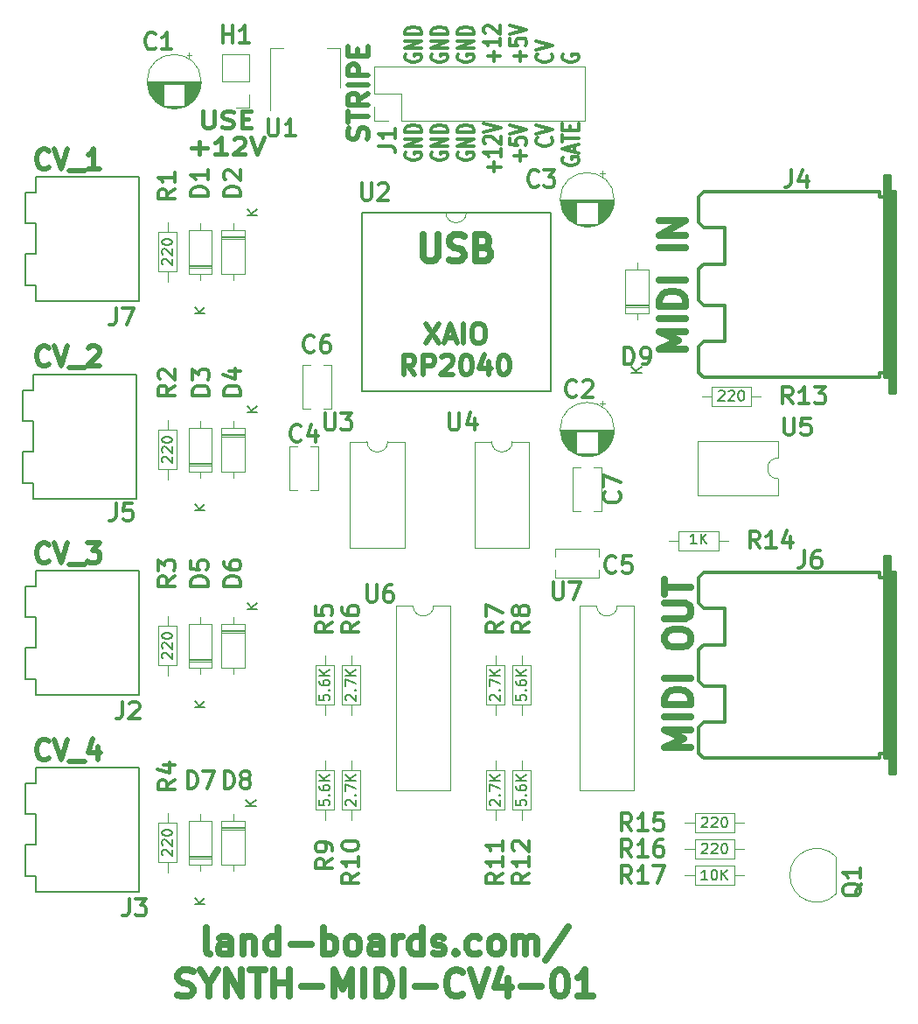
<source format=gto>
%TF.GenerationSoftware,KiCad,Pcbnew,(6.0.1)*%
%TF.CreationDate,2022-09-24T16:52:27-04:00*%
%TF.ProjectId,SYNTH-MIDI-CV4-01,53594e54-482d-44d4-9944-492d4356342d,1*%
%TF.SameCoordinates,Original*%
%TF.FileFunction,Legend,Top*%
%TF.FilePolarity,Positive*%
%FSLAX46Y46*%
G04 Gerber Fmt 4.6, Leading zero omitted, Abs format (unit mm)*
G04 Created by KiCad (PCBNEW (6.0.1)) date 2022-09-24 16:52:27*
%MOMM*%
%LPD*%
G01*
G04 APERTURE LIST*
%ADD10C,0.476250*%
%ADD11C,0.469900*%
%ADD12C,0.317500*%
%ADD13C,0.635000*%
%ADD14C,0.381000*%
%ADD15C,0.349250*%
%ADD16C,0.150000*%
%ADD17C,0.120000*%
%ADD18C,0.304800*%
G04 APERTURE END LIST*
D10*
X125367142Y-52033260D02*
X126637142Y-53938260D01*
X126637142Y-52033260D02*
X125367142Y-53938260D01*
X127272142Y-53393975D02*
X128179285Y-53393975D01*
X127090714Y-53938260D02*
X127725714Y-52033260D01*
X128360714Y-53938260D01*
X128995714Y-53938260D02*
X128995714Y-52033260D01*
X130265714Y-52033260D02*
X130628571Y-52033260D01*
X130810000Y-52123975D01*
X130991428Y-52305403D01*
X131082142Y-52668260D01*
X131082142Y-53303260D01*
X130991428Y-53666117D01*
X130810000Y-53847546D01*
X130628571Y-53938260D01*
X130265714Y-53938260D01*
X130084285Y-53847546D01*
X129902857Y-53666117D01*
X129812142Y-53303260D01*
X129812142Y-52668260D01*
X129902857Y-52305403D01*
X130084285Y-52123975D01*
X130265714Y-52033260D01*
X124278571Y-57005310D02*
X123643571Y-56098167D01*
X123190000Y-57005310D02*
X123190000Y-55100310D01*
X123915714Y-55100310D01*
X124097142Y-55191025D01*
X124187857Y-55281739D01*
X124278571Y-55463167D01*
X124278571Y-55735310D01*
X124187857Y-55916739D01*
X124097142Y-56007453D01*
X123915714Y-56098167D01*
X123190000Y-56098167D01*
X125095000Y-57005310D02*
X125095000Y-55100310D01*
X125820714Y-55100310D01*
X126002142Y-55191025D01*
X126092857Y-55281739D01*
X126183571Y-55463167D01*
X126183571Y-55735310D01*
X126092857Y-55916739D01*
X126002142Y-56007453D01*
X125820714Y-56098167D01*
X125095000Y-56098167D01*
X126909285Y-55281739D02*
X127000000Y-55191025D01*
X127181428Y-55100310D01*
X127635000Y-55100310D01*
X127816428Y-55191025D01*
X127907142Y-55281739D01*
X127997857Y-55463167D01*
X127997857Y-55644596D01*
X127907142Y-55916739D01*
X126818571Y-57005310D01*
X127997857Y-57005310D01*
X129177142Y-55100310D02*
X129358571Y-55100310D01*
X129540000Y-55191025D01*
X129630714Y-55281739D01*
X129721428Y-55463167D01*
X129812142Y-55826025D01*
X129812142Y-56279596D01*
X129721428Y-56642453D01*
X129630714Y-56823882D01*
X129540000Y-56914596D01*
X129358571Y-57005310D01*
X129177142Y-57005310D01*
X128995714Y-56914596D01*
X128905000Y-56823882D01*
X128814285Y-56642453D01*
X128723571Y-56279596D01*
X128723571Y-55826025D01*
X128814285Y-55463167D01*
X128905000Y-55281739D01*
X128995714Y-55191025D01*
X129177142Y-55100310D01*
X131445000Y-55735310D02*
X131445000Y-57005310D01*
X130991428Y-55009596D02*
X130537857Y-56370310D01*
X131717142Y-56370310D01*
X132805714Y-55100310D02*
X132987142Y-55100310D01*
X133168571Y-55191025D01*
X133259285Y-55281739D01*
X133350000Y-55463167D01*
X133440714Y-55826025D01*
X133440714Y-56279596D01*
X133350000Y-56642453D01*
X133259285Y-56823882D01*
X133168571Y-56914596D01*
X132987142Y-57005310D01*
X132805714Y-57005310D01*
X132624285Y-56914596D01*
X132533571Y-56823882D01*
X132442857Y-56642453D01*
X132352142Y-56279596D01*
X132352142Y-55826025D01*
X132442857Y-55463167D01*
X132533571Y-55281739D01*
X132624285Y-55191025D01*
X132805714Y-55100310D01*
X119643071Y-34208357D02*
X119733785Y-33936214D01*
X119733785Y-33482642D01*
X119643071Y-33301214D01*
X119552357Y-33210500D01*
X119370928Y-33119785D01*
X119189500Y-33119785D01*
X119008071Y-33210500D01*
X118917357Y-33301214D01*
X118826642Y-33482642D01*
X118735928Y-33845500D01*
X118645214Y-34026928D01*
X118554500Y-34117642D01*
X118373071Y-34208357D01*
X118191642Y-34208357D01*
X118010214Y-34117642D01*
X117919500Y-34026928D01*
X117828785Y-33845500D01*
X117828785Y-33391928D01*
X117919500Y-33119785D01*
X117828785Y-32575500D02*
X117828785Y-31486928D01*
X119733785Y-32031214D02*
X117828785Y-32031214D01*
X119733785Y-29763357D02*
X118826642Y-30398357D01*
X119733785Y-30851928D02*
X117828785Y-30851928D01*
X117828785Y-30126214D01*
X117919500Y-29944785D01*
X118010214Y-29854071D01*
X118191642Y-29763357D01*
X118463785Y-29763357D01*
X118645214Y-29854071D01*
X118735928Y-29944785D01*
X118826642Y-30126214D01*
X118826642Y-30851928D01*
X119733785Y-28946928D02*
X117828785Y-28946928D01*
X119733785Y-28039785D02*
X117828785Y-28039785D01*
X117828785Y-27314071D01*
X117919500Y-27132642D01*
X118010214Y-27041928D01*
X118191642Y-26951214D01*
X118463785Y-26951214D01*
X118645214Y-27041928D01*
X118735928Y-27132642D01*
X118826642Y-27314071D01*
X118826642Y-28039785D01*
X118735928Y-26134785D02*
X118735928Y-25499785D01*
X119733785Y-25227642D02*
X119733785Y-26134785D01*
X117828785Y-26134785D01*
X117828785Y-25227642D01*
D11*
X88842577Y-74966285D02*
X88751863Y-75055790D01*
X88479720Y-75145295D01*
X88298292Y-75145295D01*
X88026149Y-75055790D01*
X87844720Y-74876780D01*
X87754006Y-74697771D01*
X87663292Y-74339752D01*
X87663292Y-74071238D01*
X87754006Y-73713219D01*
X87844720Y-73534209D01*
X88026149Y-73355200D01*
X88298292Y-73265695D01*
X88479720Y-73265695D01*
X88751863Y-73355200D01*
X88842577Y-73444704D01*
X89386863Y-73265695D02*
X90021863Y-75145295D01*
X90656863Y-73265695D01*
X90838292Y-75324304D02*
X92289720Y-75324304D01*
X92561863Y-73265695D02*
X93741149Y-73265695D01*
X93106149Y-73981733D01*
X93378292Y-73981733D01*
X93559720Y-74071238D01*
X93650435Y-74160742D01*
X93741149Y-74339752D01*
X93741149Y-74787276D01*
X93650435Y-74966285D01*
X93559720Y-75055790D01*
X93378292Y-75145295D01*
X92834006Y-75145295D01*
X92652577Y-75055790D01*
X92561863Y-74966285D01*
D12*
X125920500Y-26004005D02*
X125841880Y-26124958D01*
X125841880Y-26306386D01*
X125920500Y-26487815D01*
X126077738Y-26608767D01*
X126234976Y-26669244D01*
X126549452Y-26729720D01*
X126785309Y-26729720D01*
X127099785Y-26669244D01*
X127257023Y-26608767D01*
X127414261Y-26487815D01*
X127492880Y-26306386D01*
X127492880Y-26185434D01*
X127414261Y-26004005D01*
X127335642Y-25943529D01*
X126785309Y-25943529D01*
X126785309Y-26185434D01*
X127492880Y-25399244D02*
X125841880Y-25399244D01*
X127492880Y-24673529D01*
X125841880Y-24673529D01*
X127492880Y-24068767D02*
X125841880Y-24068767D01*
X125841880Y-23766386D01*
X125920500Y-23584958D01*
X126077738Y-23464005D01*
X126234976Y-23403529D01*
X126549452Y-23343053D01*
X126785309Y-23343053D01*
X127099785Y-23403529D01*
X127257023Y-23464005D01*
X127414261Y-23584958D01*
X127492880Y-23766386D01*
X127492880Y-24068767D01*
X128460500Y-26004005D02*
X128381880Y-26124958D01*
X128381880Y-26306386D01*
X128460500Y-26487815D01*
X128617738Y-26608767D01*
X128774976Y-26669244D01*
X129089452Y-26729720D01*
X129325309Y-26729720D01*
X129639785Y-26669244D01*
X129797023Y-26608767D01*
X129954261Y-26487815D01*
X130032880Y-26306386D01*
X130032880Y-26185434D01*
X129954261Y-26004005D01*
X129875642Y-25943529D01*
X129325309Y-25943529D01*
X129325309Y-26185434D01*
X130032880Y-25399244D02*
X128381880Y-25399244D01*
X130032880Y-24673529D01*
X128381880Y-24673529D01*
X130032880Y-24068767D02*
X128381880Y-24068767D01*
X128381880Y-23766386D01*
X128460500Y-23584958D01*
X128617738Y-23464005D01*
X128774976Y-23403529D01*
X129089452Y-23343053D01*
X129325309Y-23343053D01*
X129639785Y-23403529D01*
X129797023Y-23464005D01*
X129954261Y-23584958D01*
X130032880Y-23766386D01*
X130032880Y-24068767D01*
D11*
X88842577Y-36866285D02*
X88751863Y-36955790D01*
X88479720Y-37045295D01*
X88298292Y-37045295D01*
X88026149Y-36955790D01*
X87844720Y-36776780D01*
X87754006Y-36597771D01*
X87663292Y-36239752D01*
X87663292Y-35971238D01*
X87754006Y-35613219D01*
X87844720Y-35434209D01*
X88026149Y-35255200D01*
X88298292Y-35165695D01*
X88479720Y-35165695D01*
X88751863Y-35255200D01*
X88842577Y-35344704D01*
X89386863Y-35165695D02*
X90021863Y-37045295D01*
X90656863Y-35165695D01*
X90838292Y-37224304D02*
X92289720Y-37224304D01*
X93741149Y-37045295D02*
X92652577Y-37045295D01*
X93196863Y-37045295D02*
X93196863Y-35165695D01*
X93015435Y-35434209D01*
X92834006Y-35613219D01*
X92652577Y-35702723D01*
D12*
X137495642Y-34048851D02*
X137574261Y-34109327D01*
X137652880Y-34290755D01*
X137652880Y-34411708D01*
X137574261Y-34593136D01*
X137417023Y-34714089D01*
X137259785Y-34774565D01*
X136945309Y-34835041D01*
X136709452Y-34835041D01*
X136394976Y-34774565D01*
X136237738Y-34714089D01*
X136080500Y-34593136D01*
X136001880Y-34411708D01*
X136001880Y-34290755D01*
X136080500Y-34109327D01*
X136159119Y-34048851D01*
X136001880Y-33685994D02*
X137652880Y-33262660D01*
X136001880Y-32839327D01*
X134483928Y-26671244D02*
X134483928Y-25703625D01*
X135112880Y-26187434D02*
X133854976Y-26187434D01*
X133461880Y-24494101D02*
X133461880Y-25098863D01*
X134248071Y-25159339D01*
X134169452Y-25098863D01*
X134090833Y-24977910D01*
X134090833Y-24675529D01*
X134169452Y-24554577D01*
X134248071Y-24494101D01*
X134405309Y-24433625D01*
X134798404Y-24433625D01*
X134955642Y-24494101D01*
X135034261Y-24554577D01*
X135112880Y-24675529D01*
X135112880Y-24977910D01*
X135034261Y-25098863D01*
X134955642Y-25159339D01*
X133461880Y-24070767D02*
X135112880Y-23647434D01*
X133461880Y-23224101D01*
D13*
X104418190Y-113023347D02*
X104176285Y-112902395D01*
X104055333Y-112660490D01*
X104055333Y-110483347D01*
X106474380Y-113023347D02*
X106474380Y-111692871D01*
X106353428Y-111450966D01*
X106111523Y-111330014D01*
X105627714Y-111330014D01*
X105385809Y-111450966D01*
X106474380Y-112902395D02*
X106232476Y-113023347D01*
X105627714Y-113023347D01*
X105385809Y-112902395D01*
X105264857Y-112660490D01*
X105264857Y-112418585D01*
X105385809Y-112176680D01*
X105627714Y-112055728D01*
X106232476Y-112055728D01*
X106474380Y-111934776D01*
X107683904Y-111330014D02*
X107683904Y-113023347D01*
X107683904Y-111571919D02*
X107804857Y-111450966D01*
X108046761Y-111330014D01*
X108409619Y-111330014D01*
X108651523Y-111450966D01*
X108772476Y-111692871D01*
X108772476Y-113023347D01*
X111070571Y-113023347D02*
X111070571Y-110483347D01*
X111070571Y-112902395D02*
X110828666Y-113023347D01*
X110344857Y-113023347D01*
X110102952Y-112902395D01*
X109982000Y-112781442D01*
X109861047Y-112539538D01*
X109861047Y-111813823D01*
X109982000Y-111571919D01*
X110102952Y-111450966D01*
X110344857Y-111330014D01*
X110828666Y-111330014D01*
X111070571Y-111450966D01*
X112280095Y-112055728D02*
X114215333Y-112055728D01*
X115424857Y-113023347D02*
X115424857Y-110483347D01*
X115424857Y-111450966D02*
X115666761Y-111330014D01*
X116150571Y-111330014D01*
X116392476Y-111450966D01*
X116513428Y-111571919D01*
X116634380Y-111813823D01*
X116634380Y-112539538D01*
X116513428Y-112781442D01*
X116392476Y-112902395D01*
X116150571Y-113023347D01*
X115666761Y-113023347D01*
X115424857Y-112902395D01*
X118085809Y-113023347D02*
X117843904Y-112902395D01*
X117722952Y-112781442D01*
X117602000Y-112539538D01*
X117602000Y-111813823D01*
X117722952Y-111571919D01*
X117843904Y-111450966D01*
X118085809Y-111330014D01*
X118448666Y-111330014D01*
X118690571Y-111450966D01*
X118811523Y-111571919D01*
X118932476Y-111813823D01*
X118932476Y-112539538D01*
X118811523Y-112781442D01*
X118690571Y-112902395D01*
X118448666Y-113023347D01*
X118085809Y-113023347D01*
X121109619Y-113023347D02*
X121109619Y-111692871D01*
X120988666Y-111450966D01*
X120746761Y-111330014D01*
X120262952Y-111330014D01*
X120021047Y-111450966D01*
X121109619Y-112902395D02*
X120867714Y-113023347D01*
X120262952Y-113023347D01*
X120021047Y-112902395D01*
X119900095Y-112660490D01*
X119900095Y-112418585D01*
X120021047Y-112176680D01*
X120262952Y-112055728D01*
X120867714Y-112055728D01*
X121109619Y-111934776D01*
X122319142Y-113023347D02*
X122319142Y-111330014D01*
X122319142Y-111813823D02*
X122440095Y-111571919D01*
X122561047Y-111450966D01*
X122802952Y-111330014D01*
X123044857Y-111330014D01*
X124980095Y-113023347D02*
X124980095Y-110483347D01*
X124980095Y-112902395D02*
X124738190Y-113023347D01*
X124254380Y-113023347D01*
X124012476Y-112902395D01*
X123891523Y-112781442D01*
X123770571Y-112539538D01*
X123770571Y-111813823D01*
X123891523Y-111571919D01*
X124012476Y-111450966D01*
X124254380Y-111330014D01*
X124738190Y-111330014D01*
X124980095Y-111450966D01*
X126068666Y-112902395D02*
X126310571Y-113023347D01*
X126794380Y-113023347D01*
X127036285Y-112902395D01*
X127157238Y-112660490D01*
X127157238Y-112539538D01*
X127036285Y-112297633D01*
X126794380Y-112176680D01*
X126431523Y-112176680D01*
X126189619Y-112055728D01*
X126068666Y-111813823D01*
X126068666Y-111692871D01*
X126189619Y-111450966D01*
X126431523Y-111330014D01*
X126794380Y-111330014D01*
X127036285Y-111450966D01*
X128245809Y-112781442D02*
X128366761Y-112902395D01*
X128245809Y-113023347D01*
X128124857Y-112902395D01*
X128245809Y-112781442D01*
X128245809Y-113023347D01*
X130543904Y-112902395D02*
X130302000Y-113023347D01*
X129818190Y-113023347D01*
X129576285Y-112902395D01*
X129455333Y-112781442D01*
X129334380Y-112539538D01*
X129334380Y-111813823D01*
X129455333Y-111571919D01*
X129576285Y-111450966D01*
X129818190Y-111330014D01*
X130302000Y-111330014D01*
X130543904Y-111450966D01*
X131995333Y-113023347D02*
X131753428Y-112902395D01*
X131632476Y-112781442D01*
X131511523Y-112539538D01*
X131511523Y-111813823D01*
X131632476Y-111571919D01*
X131753428Y-111450966D01*
X131995333Y-111330014D01*
X132358190Y-111330014D01*
X132600095Y-111450966D01*
X132721047Y-111571919D01*
X132842000Y-111813823D01*
X132842000Y-112539538D01*
X132721047Y-112781442D01*
X132600095Y-112902395D01*
X132358190Y-113023347D01*
X131995333Y-113023347D01*
X133930571Y-113023347D02*
X133930571Y-111330014D01*
X133930571Y-111571919D02*
X134051523Y-111450966D01*
X134293428Y-111330014D01*
X134656285Y-111330014D01*
X134898190Y-111450966D01*
X135019142Y-111692871D01*
X135019142Y-113023347D01*
X135019142Y-111692871D02*
X135140095Y-111450966D01*
X135382000Y-111330014D01*
X135744857Y-111330014D01*
X135986761Y-111450966D01*
X136107714Y-111692871D01*
X136107714Y-113023347D01*
X139131523Y-110362395D02*
X136954380Y-113628109D01*
X101333904Y-116991795D02*
X101696761Y-117112747D01*
X102301523Y-117112747D01*
X102543428Y-116991795D01*
X102664380Y-116870842D01*
X102785333Y-116628938D01*
X102785333Y-116387033D01*
X102664380Y-116145128D01*
X102543428Y-116024176D01*
X102301523Y-115903223D01*
X101817714Y-115782271D01*
X101575809Y-115661319D01*
X101454857Y-115540366D01*
X101333904Y-115298461D01*
X101333904Y-115056557D01*
X101454857Y-114814652D01*
X101575809Y-114693700D01*
X101817714Y-114572747D01*
X102422476Y-114572747D01*
X102785333Y-114693700D01*
X104357714Y-115903223D02*
X104357714Y-117112747D01*
X103511047Y-114572747D02*
X104357714Y-115903223D01*
X105204380Y-114572747D01*
X106051047Y-117112747D02*
X106051047Y-114572747D01*
X107502476Y-117112747D01*
X107502476Y-114572747D01*
X108349142Y-114572747D02*
X109800571Y-114572747D01*
X109074857Y-117112747D02*
X109074857Y-114572747D01*
X110647238Y-117112747D02*
X110647238Y-114572747D01*
X110647238Y-115782271D02*
X112098666Y-115782271D01*
X112098666Y-117112747D02*
X112098666Y-114572747D01*
X113308190Y-116145128D02*
X115243428Y-116145128D01*
X116452952Y-117112747D02*
X116452952Y-114572747D01*
X117299619Y-116387033D01*
X118146285Y-114572747D01*
X118146285Y-117112747D01*
X119355809Y-117112747D02*
X119355809Y-114572747D01*
X120565333Y-117112747D02*
X120565333Y-114572747D01*
X121170095Y-114572747D01*
X121532952Y-114693700D01*
X121774857Y-114935604D01*
X121895809Y-115177509D01*
X122016761Y-115661319D01*
X122016761Y-116024176D01*
X121895809Y-116507985D01*
X121774857Y-116749890D01*
X121532952Y-116991795D01*
X121170095Y-117112747D01*
X120565333Y-117112747D01*
X123105333Y-117112747D02*
X123105333Y-114572747D01*
X124314857Y-116145128D02*
X126250095Y-116145128D01*
X128911047Y-116870842D02*
X128790095Y-116991795D01*
X128427238Y-117112747D01*
X128185333Y-117112747D01*
X127822476Y-116991795D01*
X127580571Y-116749890D01*
X127459619Y-116507985D01*
X127338666Y-116024176D01*
X127338666Y-115661319D01*
X127459619Y-115177509D01*
X127580571Y-114935604D01*
X127822476Y-114693700D01*
X128185333Y-114572747D01*
X128427238Y-114572747D01*
X128790095Y-114693700D01*
X128911047Y-114814652D01*
X129636761Y-114572747D02*
X130483428Y-117112747D01*
X131330095Y-114572747D01*
X133265333Y-115419414D02*
X133265333Y-117112747D01*
X132660571Y-114451795D02*
X132055809Y-116266080D01*
X133628190Y-116266080D01*
X134595809Y-116145128D02*
X136531047Y-116145128D01*
X138224380Y-114572747D02*
X138466285Y-114572747D01*
X138708190Y-114693700D01*
X138829142Y-114814652D01*
X138950095Y-115056557D01*
X139071047Y-115540366D01*
X139071047Y-116145128D01*
X138950095Y-116628938D01*
X138829142Y-116870842D01*
X138708190Y-116991795D01*
X138466285Y-117112747D01*
X138224380Y-117112747D01*
X137982476Y-116991795D01*
X137861523Y-116870842D01*
X137740571Y-116628938D01*
X137619619Y-116145128D01*
X137619619Y-115540366D01*
X137740571Y-115056557D01*
X137861523Y-114814652D01*
X137982476Y-114693700D01*
X138224380Y-114572747D01*
X141490095Y-117112747D02*
X140038666Y-117112747D01*
X140764380Y-117112747D02*
X140764380Y-114572747D01*
X140522476Y-114935604D01*
X140280571Y-115177509D01*
X140038666Y-115298461D01*
D12*
X123380500Y-35489232D02*
X123301880Y-35610184D01*
X123301880Y-35791613D01*
X123380500Y-35973041D01*
X123537738Y-36093994D01*
X123694976Y-36154470D01*
X124009452Y-36214946D01*
X124245309Y-36214946D01*
X124559785Y-36154470D01*
X124717023Y-36093994D01*
X124874261Y-35973041D01*
X124952880Y-35791613D01*
X124952880Y-35670660D01*
X124874261Y-35489232D01*
X124795642Y-35428755D01*
X124245309Y-35428755D01*
X124245309Y-35670660D01*
X124952880Y-34884470D02*
X123301880Y-34884470D01*
X124952880Y-34158755D01*
X123301880Y-34158755D01*
X124952880Y-33553994D02*
X123301880Y-33553994D01*
X123301880Y-33251613D01*
X123380500Y-33070184D01*
X123537738Y-32949232D01*
X123694976Y-32888755D01*
X124009452Y-32828279D01*
X124245309Y-32828279D01*
X124559785Y-32888755D01*
X124717023Y-32949232D01*
X124874261Y-33070184D01*
X124952880Y-33251613D01*
X124952880Y-33553994D01*
X131973928Y-37363994D02*
X131973928Y-36396375D01*
X132602880Y-36880184D02*
X131344976Y-36880184D01*
X132602880Y-35126375D02*
X132602880Y-35852089D01*
X132602880Y-35489232D02*
X130951880Y-35489232D01*
X131187738Y-35610184D01*
X131344976Y-35731136D01*
X131423595Y-35852089D01*
X131109119Y-34642565D02*
X131030500Y-34582089D01*
X130951880Y-34461136D01*
X130951880Y-34158755D01*
X131030500Y-34037803D01*
X131109119Y-33977327D01*
X131266357Y-33916851D01*
X131423595Y-33916851D01*
X131659452Y-33977327D01*
X132602880Y-34703041D01*
X132602880Y-33916851D01*
X130951880Y-33553994D02*
X132602880Y-33130660D01*
X130951880Y-32707327D01*
D13*
X151009047Y-93012380D02*
X148469047Y-93012380D01*
X150283333Y-92165714D01*
X148469047Y-91319047D01*
X151009047Y-91319047D01*
X151009047Y-90109523D02*
X148469047Y-90109523D01*
X151009047Y-88900000D02*
X148469047Y-88900000D01*
X148469047Y-88295238D01*
X148590000Y-87932380D01*
X148831904Y-87690476D01*
X149073809Y-87569523D01*
X149557619Y-87448571D01*
X149920476Y-87448571D01*
X150404285Y-87569523D01*
X150646190Y-87690476D01*
X150888095Y-87932380D01*
X151009047Y-88295238D01*
X151009047Y-88900000D01*
X151009047Y-86360000D02*
X148469047Y-86360000D01*
X148469047Y-82731428D02*
X148469047Y-82247619D01*
X148590000Y-82005714D01*
X148831904Y-81763809D01*
X149315714Y-81642857D01*
X150162380Y-81642857D01*
X150646190Y-81763809D01*
X150888095Y-82005714D01*
X151009047Y-82247619D01*
X151009047Y-82731428D01*
X150888095Y-82973333D01*
X150646190Y-83215238D01*
X150162380Y-83336190D01*
X149315714Y-83336190D01*
X148831904Y-83215238D01*
X148590000Y-82973333D01*
X148469047Y-82731428D01*
X148469047Y-80554285D02*
X150525238Y-80554285D01*
X150767142Y-80433333D01*
X150888095Y-80312380D01*
X151009047Y-80070476D01*
X151009047Y-79586666D01*
X150888095Y-79344761D01*
X150767142Y-79223809D01*
X150525238Y-79102857D01*
X148469047Y-79102857D01*
X148469047Y-78256190D02*
X148469047Y-76804761D01*
X151009047Y-77530476D02*
X148469047Y-77530476D01*
D12*
X134483928Y-36286470D02*
X134483928Y-35318851D01*
X135112880Y-35802660D02*
X133854976Y-35802660D01*
X133461880Y-34109327D02*
X133461880Y-34714089D01*
X134248071Y-34774565D01*
X134169452Y-34714089D01*
X134090833Y-34593136D01*
X134090833Y-34290755D01*
X134169452Y-34169803D01*
X134248071Y-34109327D01*
X134405309Y-34048851D01*
X134798404Y-34048851D01*
X134955642Y-34109327D01*
X135034261Y-34169803D01*
X135112880Y-34290755D01*
X135112880Y-34593136D01*
X135034261Y-34714089D01*
X134955642Y-34774565D01*
X133461880Y-33685994D02*
X135112880Y-33262660D01*
X133461880Y-32839327D01*
X128460500Y-35489232D02*
X128381880Y-35610184D01*
X128381880Y-35791613D01*
X128460500Y-35973041D01*
X128617738Y-36093994D01*
X128774976Y-36154470D01*
X129089452Y-36214946D01*
X129325309Y-36214946D01*
X129639785Y-36154470D01*
X129797023Y-36093994D01*
X129954261Y-35973041D01*
X130032880Y-35791613D01*
X130032880Y-35670660D01*
X129954261Y-35489232D01*
X129875642Y-35428755D01*
X129325309Y-35428755D01*
X129325309Y-35670660D01*
X130032880Y-34884470D02*
X128381880Y-34884470D01*
X130032880Y-34158755D01*
X128381880Y-34158755D01*
X130032880Y-33553994D02*
X128381880Y-33553994D01*
X128381880Y-33251613D01*
X128460500Y-33070184D01*
X128617738Y-32949232D01*
X128774976Y-32888755D01*
X129089452Y-32828279D01*
X129325309Y-32828279D01*
X129639785Y-32888755D01*
X129797023Y-32949232D01*
X129954261Y-33070184D01*
X130032880Y-33251613D01*
X130032880Y-33553994D01*
X138620500Y-35971994D02*
X138541880Y-36092946D01*
X138541880Y-36274375D01*
X138620500Y-36455803D01*
X138777738Y-36576755D01*
X138934976Y-36637232D01*
X139249452Y-36697708D01*
X139485309Y-36697708D01*
X139799785Y-36637232D01*
X139957023Y-36576755D01*
X140114261Y-36455803D01*
X140192880Y-36274375D01*
X140192880Y-36153422D01*
X140114261Y-35971994D01*
X140035642Y-35911517D01*
X139485309Y-35911517D01*
X139485309Y-36153422D01*
X139721166Y-35427708D02*
X139721166Y-34822946D01*
X140192880Y-35548660D02*
X138541880Y-35125327D01*
X140192880Y-34701994D01*
X138541880Y-34460089D02*
X138541880Y-33734375D01*
X140192880Y-34097232D02*
X138541880Y-34097232D01*
X139328071Y-33311041D02*
X139328071Y-32887708D01*
X140192880Y-32706279D02*
X140192880Y-33311041D01*
X138541880Y-33311041D01*
X138541880Y-32706279D01*
D10*
X88846705Y-94025357D02*
X88755991Y-94116071D01*
X88483848Y-94206785D01*
X88302419Y-94206785D01*
X88030276Y-94116071D01*
X87848848Y-93934642D01*
X87758133Y-93753214D01*
X87667419Y-93390357D01*
X87667419Y-93118214D01*
X87758133Y-92755357D01*
X87848848Y-92573928D01*
X88030276Y-92392500D01*
X88302419Y-92301785D01*
X88483848Y-92301785D01*
X88755991Y-92392500D01*
X88846705Y-92483214D01*
X89390991Y-92301785D02*
X90025991Y-94206785D01*
X90660991Y-92301785D01*
X90842419Y-94388214D02*
X92293848Y-94388214D01*
X93563848Y-92936785D02*
X93563848Y-94206785D01*
X93110276Y-92211071D02*
X92656705Y-93571785D01*
X93835991Y-93571785D01*
D12*
X137495642Y-25943529D02*
X137574261Y-26004005D01*
X137652880Y-26185434D01*
X137652880Y-26306386D01*
X137574261Y-26487815D01*
X137417023Y-26608767D01*
X137259785Y-26669244D01*
X136945309Y-26729720D01*
X136709452Y-26729720D01*
X136394976Y-26669244D01*
X136237738Y-26608767D01*
X136080500Y-26487815D01*
X136001880Y-26306386D01*
X136001880Y-26185434D01*
X136080500Y-26004005D01*
X136159119Y-25943529D01*
X136001880Y-25580672D02*
X137652880Y-25157339D01*
X136001880Y-24734005D01*
D13*
X125064761Y-43440047D02*
X125064761Y-45496238D01*
X125185714Y-45738142D01*
X125306666Y-45859095D01*
X125548571Y-45980047D01*
X126032380Y-45980047D01*
X126274285Y-45859095D01*
X126395238Y-45738142D01*
X126516190Y-45496238D01*
X126516190Y-43440047D01*
X127604761Y-45859095D02*
X127967619Y-45980047D01*
X128572380Y-45980047D01*
X128814285Y-45859095D01*
X128935238Y-45738142D01*
X129056190Y-45496238D01*
X129056190Y-45254333D01*
X128935238Y-45012428D01*
X128814285Y-44891476D01*
X128572380Y-44770523D01*
X128088571Y-44649571D01*
X127846666Y-44528619D01*
X127725714Y-44407666D01*
X127604761Y-44165761D01*
X127604761Y-43923857D01*
X127725714Y-43681952D01*
X127846666Y-43561000D01*
X128088571Y-43440047D01*
X128693333Y-43440047D01*
X129056190Y-43561000D01*
X130991428Y-44649571D02*
X131354285Y-44770523D01*
X131475238Y-44891476D01*
X131596190Y-45133380D01*
X131596190Y-45496238D01*
X131475238Y-45738142D01*
X131354285Y-45859095D01*
X131112380Y-45980047D01*
X130144761Y-45980047D01*
X130144761Y-43440047D01*
X130991428Y-43440047D01*
X131233333Y-43561000D01*
X131354285Y-43681952D01*
X131475238Y-43923857D01*
X131475238Y-44165761D01*
X131354285Y-44407666D01*
X131233333Y-44528619D01*
X130991428Y-44649571D01*
X130144761Y-44649571D01*
D12*
X131943928Y-26671244D02*
X131943928Y-25703625D01*
X132572880Y-26187434D02*
X131314976Y-26187434D01*
X132572880Y-24433625D02*
X132572880Y-25159339D01*
X132572880Y-24796482D02*
X130921880Y-24796482D01*
X131157738Y-24917434D01*
X131314976Y-25038386D01*
X131393595Y-25159339D01*
X131079119Y-23949815D02*
X131000500Y-23889339D01*
X130921880Y-23768386D01*
X130921880Y-23466005D01*
X131000500Y-23345053D01*
X131079119Y-23284577D01*
X131236357Y-23224101D01*
X131393595Y-23224101D01*
X131629452Y-23284577D01*
X132572880Y-24010291D01*
X132572880Y-23224101D01*
X123380500Y-26004005D02*
X123301880Y-26124958D01*
X123301880Y-26306386D01*
X123380500Y-26487815D01*
X123537738Y-26608767D01*
X123694976Y-26669244D01*
X124009452Y-26729720D01*
X124245309Y-26729720D01*
X124559785Y-26669244D01*
X124717023Y-26608767D01*
X124874261Y-26487815D01*
X124952880Y-26306386D01*
X124952880Y-26185434D01*
X124874261Y-26004005D01*
X124795642Y-25943529D01*
X124245309Y-25943529D01*
X124245309Y-26185434D01*
X124952880Y-25399244D02*
X123301880Y-25399244D01*
X124952880Y-24673529D01*
X123301880Y-24673529D01*
X124952880Y-24068767D02*
X123301880Y-24068767D01*
X123301880Y-23766386D01*
X123380500Y-23584958D01*
X123537738Y-23464005D01*
X123694976Y-23403529D01*
X124009452Y-23343053D01*
X124245309Y-23343053D01*
X124559785Y-23403529D01*
X124717023Y-23464005D01*
X124874261Y-23584958D01*
X124952880Y-23766386D01*
X124952880Y-24068767D01*
X125920500Y-35489232D02*
X125841880Y-35610184D01*
X125841880Y-35791613D01*
X125920500Y-35973041D01*
X126077738Y-36093994D01*
X126234976Y-36154470D01*
X126549452Y-36214946D01*
X126785309Y-36214946D01*
X127099785Y-36154470D01*
X127257023Y-36093994D01*
X127414261Y-35973041D01*
X127492880Y-35791613D01*
X127492880Y-35670660D01*
X127414261Y-35489232D01*
X127335642Y-35428755D01*
X126785309Y-35428755D01*
X126785309Y-35670660D01*
X127492880Y-34884470D02*
X125841880Y-34884470D01*
X127492880Y-34158755D01*
X125841880Y-34158755D01*
X127492880Y-33553994D02*
X125841880Y-33553994D01*
X125841880Y-33251613D01*
X125920500Y-33070184D01*
X126077738Y-32949232D01*
X126234976Y-32888755D01*
X126549452Y-32828279D01*
X126785309Y-32828279D01*
X127099785Y-32888755D01*
X127257023Y-32949232D01*
X127414261Y-33070184D01*
X127492880Y-33251613D01*
X127492880Y-33553994D01*
D11*
X88842577Y-55916285D02*
X88751863Y-56005790D01*
X88479720Y-56095295D01*
X88298292Y-56095295D01*
X88026149Y-56005790D01*
X87844720Y-55826780D01*
X87754006Y-55647771D01*
X87663292Y-55289752D01*
X87663292Y-55021238D01*
X87754006Y-54663219D01*
X87844720Y-54484209D01*
X88026149Y-54305200D01*
X88298292Y-54215695D01*
X88479720Y-54215695D01*
X88751863Y-54305200D01*
X88842577Y-54394704D01*
X89386863Y-54215695D02*
X90021863Y-56095295D01*
X90656863Y-54215695D01*
X90838292Y-56274304D02*
X92289720Y-56274304D01*
X92652577Y-54394704D02*
X92743292Y-54305200D01*
X92924720Y-54215695D01*
X93378292Y-54215695D01*
X93559720Y-54305200D01*
X93650435Y-54394704D01*
X93741149Y-54573714D01*
X93741149Y-54752723D01*
X93650435Y-55021238D01*
X92561863Y-56095295D01*
X93741149Y-56095295D01*
D13*
X150501047Y-54489047D02*
X147961047Y-54489047D01*
X149775333Y-53642380D01*
X147961047Y-52795714D01*
X150501047Y-52795714D01*
X150501047Y-51586190D02*
X147961047Y-51586190D01*
X150501047Y-50376666D02*
X147961047Y-50376666D01*
X147961047Y-49771904D01*
X148082000Y-49409047D01*
X148323904Y-49167142D01*
X148565809Y-49046190D01*
X149049619Y-48925238D01*
X149412476Y-48925238D01*
X149896285Y-49046190D01*
X150138190Y-49167142D01*
X150380095Y-49409047D01*
X150501047Y-49771904D01*
X150501047Y-50376666D01*
X150501047Y-47836666D02*
X147961047Y-47836666D01*
X150501047Y-44691904D02*
X147961047Y-44691904D01*
X150501047Y-43482380D02*
X147961047Y-43482380D01*
X150501047Y-42030952D01*
X147961047Y-42030952D01*
D12*
X138620500Y-26004005D02*
X138541880Y-26124958D01*
X138541880Y-26306386D01*
X138620500Y-26487815D01*
X138777738Y-26608767D01*
X138934976Y-26669244D01*
X139249452Y-26729720D01*
X139485309Y-26729720D01*
X139799785Y-26669244D01*
X139957023Y-26608767D01*
X140114261Y-26487815D01*
X140192880Y-26306386D01*
X140192880Y-26185434D01*
X140114261Y-26004005D01*
X140035642Y-25943529D01*
X139485309Y-25943529D01*
X139485309Y-26185434D01*
D14*
X103731785Y-31507717D02*
X103731785Y-32792836D01*
X103822500Y-32944027D01*
X103913214Y-33019622D01*
X104094642Y-33095217D01*
X104457500Y-33095217D01*
X104638928Y-33019622D01*
X104729642Y-32944027D01*
X104820357Y-32792836D01*
X104820357Y-31507717D01*
X105636785Y-33019622D02*
X105908928Y-33095217D01*
X106362500Y-33095217D01*
X106543928Y-33019622D01*
X106634642Y-32944027D01*
X106725357Y-32792836D01*
X106725357Y-32641646D01*
X106634642Y-32490455D01*
X106543928Y-32414860D01*
X106362500Y-32339265D01*
X105999642Y-32263670D01*
X105818214Y-32188074D01*
X105727500Y-32112479D01*
X105636785Y-31961289D01*
X105636785Y-31810098D01*
X105727500Y-31658908D01*
X105818214Y-31583313D01*
X105999642Y-31507717D01*
X106453214Y-31507717D01*
X106725357Y-31583313D01*
X107541785Y-32263670D02*
X108176785Y-32263670D01*
X108448928Y-33095217D02*
X107541785Y-33095217D01*
X107541785Y-31507717D01*
X108448928Y-31507717D01*
X102688571Y-35046330D02*
X104140000Y-35046330D01*
X103414285Y-35651092D02*
X103414285Y-34441568D01*
X106045000Y-35651092D02*
X104956428Y-35651092D01*
X105500714Y-35651092D02*
X105500714Y-34063592D01*
X105319285Y-34290378D01*
X105137857Y-34441568D01*
X104956428Y-34517164D01*
X106770714Y-34214783D02*
X106861428Y-34139188D01*
X107042857Y-34063592D01*
X107496428Y-34063592D01*
X107677857Y-34139188D01*
X107768571Y-34214783D01*
X107859285Y-34365973D01*
X107859285Y-34517164D01*
X107768571Y-34743949D01*
X106680000Y-35651092D01*
X107859285Y-35651092D01*
X108403571Y-34063592D02*
X109038571Y-35651092D01*
X109673571Y-34063592D01*
D15*
%TO.C,C7*%
X144059642Y-68347166D02*
X144138261Y-68425785D01*
X144216880Y-68661642D01*
X144216880Y-68818880D01*
X144138261Y-69054738D01*
X143981023Y-69211976D01*
X143823785Y-69290595D01*
X143509309Y-69369214D01*
X143273452Y-69369214D01*
X142958976Y-69290595D01*
X142801738Y-69211976D01*
X142644500Y-69054738D01*
X142565880Y-68818880D01*
X142565880Y-68661642D01*
X142644500Y-68425785D01*
X142723119Y-68347166D01*
X142565880Y-67796833D02*
X142565880Y-66696166D01*
X144216880Y-67403738D01*
%TO.C,C6*%
X114532833Y-54691642D02*
X114454214Y-54770261D01*
X114218357Y-54848880D01*
X114061119Y-54848880D01*
X113825261Y-54770261D01*
X113668023Y-54613023D01*
X113589404Y-54455785D01*
X113510785Y-54141309D01*
X113510785Y-53905452D01*
X113589404Y-53590976D01*
X113668023Y-53433738D01*
X113825261Y-53276500D01*
X114061119Y-53197880D01*
X114218357Y-53197880D01*
X114454214Y-53276500D01*
X114532833Y-53355119D01*
X115947976Y-53197880D02*
X115633500Y-53197880D01*
X115476261Y-53276500D01*
X115397642Y-53355119D01*
X115240404Y-53590976D01*
X115161785Y-53905452D01*
X115161785Y-54534404D01*
X115240404Y-54691642D01*
X115319023Y-54770261D01*
X115476261Y-54848880D01*
X115790738Y-54848880D01*
X115947976Y-54770261D01*
X116026595Y-54691642D01*
X116105214Y-54534404D01*
X116105214Y-54141309D01*
X116026595Y-53984071D01*
X115947976Y-53905452D01*
X115790738Y-53826833D01*
X115476261Y-53826833D01*
X115319023Y-53905452D01*
X115240404Y-53984071D01*
X115161785Y-54141309D01*
%TO.C,C5*%
X143742833Y-76027642D02*
X143664214Y-76106261D01*
X143428357Y-76184880D01*
X143271119Y-76184880D01*
X143035261Y-76106261D01*
X142878023Y-75949023D01*
X142799404Y-75791785D01*
X142720785Y-75477309D01*
X142720785Y-75241452D01*
X142799404Y-74926976D01*
X142878023Y-74769738D01*
X143035261Y-74612500D01*
X143271119Y-74533880D01*
X143428357Y-74533880D01*
X143664214Y-74612500D01*
X143742833Y-74691119D01*
X145236595Y-74533880D02*
X144450404Y-74533880D01*
X144371785Y-75320071D01*
X144450404Y-75241452D01*
X144607642Y-75162833D01*
X145000738Y-75162833D01*
X145157976Y-75241452D01*
X145236595Y-75320071D01*
X145315214Y-75477309D01*
X145315214Y-75870404D01*
X145236595Y-76027642D01*
X145157976Y-76106261D01*
X145000738Y-76184880D01*
X144607642Y-76184880D01*
X144450404Y-76106261D01*
X144371785Y-76027642D01*
%TO.C,C4*%
X113262833Y-63327642D02*
X113184214Y-63406261D01*
X112948357Y-63484880D01*
X112791119Y-63484880D01*
X112555261Y-63406261D01*
X112398023Y-63249023D01*
X112319404Y-63091785D01*
X112240785Y-62777309D01*
X112240785Y-62541452D01*
X112319404Y-62226976D01*
X112398023Y-62069738D01*
X112555261Y-61912500D01*
X112791119Y-61833880D01*
X112948357Y-61833880D01*
X113184214Y-61912500D01*
X113262833Y-61991119D01*
X114677976Y-62384214D02*
X114677976Y-63484880D01*
X114284880Y-61755261D02*
X113891785Y-62934547D01*
X114913833Y-62934547D01*
%TO.C,C3*%
X136249833Y-38689642D02*
X136171214Y-38768261D01*
X135935357Y-38846880D01*
X135778119Y-38846880D01*
X135542261Y-38768261D01*
X135385023Y-38611023D01*
X135306404Y-38453785D01*
X135227785Y-38139309D01*
X135227785Y-37903452D01*
X135306404Y-37588976D01*
X135385023Y-37431738D01*
X135542261Y-37274500D01*
X135778119Y-37195880D01*
X135935357Y-37195880D01*
X136171214Y-37274500D01*
X136249833Y-37353119D01*
X136800166Y-37195880D02*
X137822214Y-37195880D01*
X137271880Y-37824833D01*
X137507738Y-37824833D01*
X137664976Y-37903452D01*
X137743595Y-37982071D01*
X137822214Y-38139309D01*
X137822214Y-38532404D01*
X137743595Y-38689642D01*
X137664976Y-38768261D01*
X137507738Y-38846880D01*
X137036023Y-38846880D01*
X136878785Y-38768261D01*
X136800166Y-38689642D01*
%TO.C,D8*%
X105842404Y-97012880D02*
X105842404Y-95361880D01*
X106235500Y-95361880D01*
X106471357Y-95440500D01*
X106628595Y-95597738D01*
X106707214Y-95754976D01*
X106785833Y-96069452D01*
X106785833Y-96305309D01*
X106707214Y-96619785D01*
X106628595Y-96777023D01*
X106471357Y-96934261D01*
X106235500Y-97012880D01*
X105842404Y-97012880D01*
X107729261Y-96069452D02*
X107572023Y-95990833D01*
X107493404Y-95912214D01*
X107414785Y-95754976D01*
X107414785Y-95676357D01*
X107493404Y-95519119D01*
X107572023Y-95440500D01*
X107729261Y-95361880D01*
X108043738Y-95361880D01*
X108200976Y-95440500D01*
X108279595Y-95519119D01*
X108358214Y-95676357D01*
X108358214Y-95754976D01*
X108279595Y-95912214D01*
X108200976Y-95990833D01*
X108043738Y-96069452D01*
X107729261Y-96069452D01*
X107572023Y-96148071D01*
X107493404Y-96226690D01*
X107414785Y-96383928D01*
X107414785Y-96698404D01*
X107493404Y-96855642D01*
X107572023Y-96934261D01*
X107729261Y-97012880D01*
X108043738Y-97012880D01*
X108200976Y-96934261D01*
X108279595Y-96855642D01*
X108358214Y-96698404D01*
X108358214Y-96383928D01*
X108279595Y-96226690D01*
X108200976Y-96148071D01*
X108043738Y-96069452D01*
D16*
X108932380Y-98686904D02*
X107932380Y-98686904D01*
X108932380Y-98115476D02*
X108360952Y-98544047D01*
X107932380Y-98115476D02*
X108503809Y-98686904D01*
D15*
%TO.C,C2*%
X139932833Y-59009642D02*
X139854214Y-59088261D01*
X139618357Y-59166880D01*
X139461119Y-59166880D01*
X139225261Y-59088261D01*
X139068023Y-58931023D01*
X138989404Y-58773785D01*
X138910785Y-58459309D01*
X138910785Y-58223452D01*
X138989404Y-57908976D01*
X139068023Y-57751738D01*
X139225261Y-57594500D01*
X139461119Y-57515880D01*
X139618357Y-57515880D01*
X139854214Y-57594500D01*
X139932833Y-57673119D01*
X140561785Y-57673119D02*
X140640404Y-57594500D01*
X140797642Y-57515880D01*
X141190738Y-57515880D01*
X141347976Y-57594500D01*
X141426595Y-57673119D01*
X141505214Y-57830357D01*
X141505214Y-57987595D01*
X141426595Y-58223452D01*
X140483166Y-59166880D01*
X141505214Y-59166880D01*
%TO.C,D2*%
X107426880Y-39699595D02*
X105775880Y-39699595D01*
X105775880Y-39306500D01*
X105854500Y-39070642D01*
X106011738Y-38913404D01*
X106168976Y-38834785D01*
X106483452Y-38756166D01*
X106719309Y-38756166D01*
X107033785Y-38834785D01*
X107191023Y-38913404D01*
X107348261Y-39070642D01*
X107426880Y-39306500D01*
X107426880Y-39699595D01*
X105933119Y-38127214D02*
X105854500Y-38048595D01*
X105775880Y-37891357D01*
X105775880Y-37498261D01*
X105854500Y-37341023D01*
X105933119Y-37262404D01*
X106090357Y-37183785D01*
X106247595Y-37183785D01*
X106483452Y-37262404D01*
X107426880Y-38205833D01*
X107426880Y-37183785D01*
D16*
X109037380Y-41536904D02*
X108037380Y-41536904D01*
X109037380Y-40965476D02*
X108465952Y-41394047D01*
X108037380Y-40965476D02*
X108608809Y-41536904D01*
D15*
%TO.C,R11*%
X132826880Y-105201357D02*
X132040690Y-105751690D01*
X132826880Y-106144785D02*
X131175880Y-106144785D01*
X131175880Y-105515833D01*
X131254500Y-105358595D01*
X131333119Y-105279976D01*
X131490357Y-105201357D01*
X131726214Y-105201357D01*
X131883452Y-105279976D01*
X131962071Y-105358595D01*
X132040690Y-105515833D01*
X132040690Y-106144785D01*
X132826880Y-103628976D02*
X132826880Y-104572404D01*
X132826880Y-104100690D02*
X131175880Y-104100690D01*
X131411738Y-104257928D01*
X131568976Y-104415166D01*
X131647595Y-104572404D01*
X132826880Y-102056595D02*
X132826880Y-103000023D01*
X132826880Y-102528309D02*
X131175880Y-102528309D01*
X131411738Y-102685547D01*
X131568976Y-102842785D01*
X131647595Y-103000023D01*
D16*
X131627619Y-98655000D02*
X131580000Y-98607380D01*
X131532380Y-98512142D01*
X131532380Y-98274047D01*
X131580000Y-98178809D01*
X131627619Y-98131190D01*
X131722857Y-98083571D01*
X131818095Y-98083571D01*
X131960952Y-98131190D01*
X132532380Y-98702619D01*
X132532380Y-98083571D01*
X132437142Y-97655000D02*
X132484761Y-97607380D01*
X132532380Y-97655000D01*
X132484761Y-97702619D01*
X132437142Y-97655000D01*
X132532380Y-97655000D01*
X131532380Y-97274047D02*
X131532380Y-96607380D01*
X132532380Y-97035952D01*
X132532380Y-96226428D02*
X131532380Y-96226428D01*
X132532380Y-95655000D02*
X131960952Y-96083571D01*
X131532380Y-95655000D02*
X132103809Y-96226428D01*
D15*
%TO.C,R2*%
X101076880Y-58028166D02*
X100290690Y-58578500D01*
X101076880Y-58971595D02*
X99425880Y-58971595D01*
X99425880Y-58342642D01*
X99504500Y-58185404D01*
X99583119Y-58106785D01*
X99740357Y-58028166D01*
X99976214Y-58028166D01*
X100133452Y-58106785D01*
X100212071Y-58185404D01*
X100290690Y-58342642D01*
X100290690Y-58971595D01*
X99583119Y-57399214D02*
X99504500Y-57320595D01*
X99425880Y-57163357D01*
X99425880Y-56770261D01*
X99504500Y-56613023D01*
X99583119Y-56534404D01*
X99740357Y-56455785D01*
X99897595Y-56455785D01*
X100133452Y-56534404D01*
X101076880Y-57477833D01*
X101076880Y-56455785D01*
D16*
X99877619Y-65468095D02*
X99830000Y-65420476D01*
X99782380Y-65325238D01*
X99782380Y-65087142D01*
X99830000Y-64991904D01*
X99877619Y-64944285D01*
X99972857Y-64896666D01*
X100068095Y-64896666D01*
X100210952Y-64944285D01*
X100782380Y-65515714D01*
X100782380Y-64896666D01*
X99877619Y-64515714D02*
X99830000Y-64468095D01*
X99782380Y-64372857D01*
X99782380Y-64134761D01*
X99830000Y-64039523D01*
X99877619Y-63991904D01*
X99972857Y-63944285D01*
X100068095Y-63944285D01*
X100210952Y-63991904D01*
X100782380Y-64563333D01*
X100782380Y-63944285D01*
X99782380Y-63325238D02*
X99782380Y-63230000D01*
X99830000Y-63134761D01*
X99877619Y-63087142D01*
X99972857Y-63039523D01*
X100163333Y-62991904D01*
X100401428Y-62991904D01*
X100591904Y-63039523D01*
X100687142Y-63087142D01*
X100734761Y-63134761D01*
X100782380Y-63230000D01*
X100782380Y-63325238D01*
X100734761Y-63420476D01*
X100687142Y-63468095D01*
X100591904Y-63515714D01*
X100401428Y-63563333D01*
X100163333Y-63563333D01*
X99972857Y-63515714D01*
X99877619Y-63468095D01*
X99830000Y-63420476D01*
X99782380Y-63325238D01*
D15*
%TO.C,R10*%
X118856880Y-105201357D02*
X118070690Y-105751690D01*
X118856880Y-106144785D02*
X117205880Y-106144785D01*
X117205880Y-105515833D01*
X117284500Y-105358595D01*
X117363119Y-105279976D01*
X117520357Y-105201357D01*
X117756214Y-105201357D01*
X117913452Y-105279976D01*
X117992071Y-105358595D01*
X118070690Y-105515833D01*
X118070690Y-106144785D01*
X118856880Y-103628976D02*
X118856880Y-104572404D01*
X118856880Y-104100690D02*
X117205880Y-104100690D01*
X117441738Y-104257928D01*
X117598976Y-104415166D01*
X117677595Y-104572404D01*
X117205880Y-102606928D02*
X117205880Y-102449690D01*
X117284500Y-102292452D01*
X117363119Y-102213833D01*
X117520357Y-102135214D01*
X117834833Y-102056595D01*
X118227928Y-102056595D01*
X118542404Y-102135214D01*
X118699642Y-102213833D01*
X118778261Y-102292452D01*
X118856880Y-102449690D01*
X118856880Y-102606928D01*
X118778261Y-102764166D01*
X118699642Y-102842785D01*
X118542404Y-102921404D01*
X118227928Y-103000023D01*
X117834833Y-103000023D01*
X117520357Y-102921404D01*
X117363119Y-102842785D01*
X117284500Y-102764166D01*
X117205880Y-102606928D01*
D16*
X117657619Y-98655000D02*
X117610000Y-98607380D01*
X117562380Y-98512142D01*
X117562380Y-98274047D01*
X117610000Y-98178809D01*
X117657619Y-98131190D01*
X117752857Y-98083571D01*
X117848095Y-98083571D01*
X117990952Y-98131190D01*
X118562380Y-98702619D01*
X118562380Y-98083571D01*
X118467142Y-97655000D02*
X118514761Y-97607380D01*
X118562380Y-97655000D01*
X118514761Y-97702619D01*
X118467142Y-97655000D01*
X118562380Y-97655000D01*
X117562380Y-97274047D02*
X117562380Y-96607380D01*
X118562380Y-97035952D01*
X118562380Y-96226428D02*
X117562380Y-96226428D01*
X118562380Y-95655000D02*
X117990952Y-96083571D01*
X117562380Y-95655000D02*
X118133809Y-96226428D01*
D15*
%TO.C,R4*%
X101076880Y-96160166D02*
X100290690Y-96710500D01*
X101076880Y-97103595D02*
X99425880Y-97103595D01*
X99425880Y-96474642D01*
X99504500Y-96317404D01*
X99583119Y-96238785D01*
X99740357Y-96160166D01*
X99976214Y-96160166D01*
X100133452Y-96238785D01*
X100212071Y-96317404D01*
X100290690Y-96474642D01*
X100290690Y-97103595D01*
X99976214Y-94745023D02*
X101076880Y-94745023D01*
X99347261Y-95138119D02*
X100526547Y-95531214D01*
X100526547Y-94509166D01*
D16*
X99877619Y-103473095D02*
X99830000Y-103425476D01*
X99782380Y-103330238D01*
X99782380Y-103092142D01*
X99830000Y-102996904D01*
X99877619Y-102949285D01*
X99972857Y-102901666D01*
X100068095Y-102901666D01*
X100210952Y-102949285D01*
X100782380Y-103520714D01*
X100782380Y-102901666D01*
X99877619Y-102520714D02*
X99830000Y-102473095D01*
X99782380Y-102377857D01*
X99782380Y-102139761D01*
X99830000Y-102044523D01*
X99877619Y-101996904D01*
X99972857Y-101949285D01*
X100068095Y-101949285D01*
X100210952Y-101996904D01*
X100782380Y-102568333D01*
X100782380Y-101949285D01*
X99782380Y-101330238D02*
X99782380Y-101235000D01*
X99830000Y-101139761D01*
X99877619Y-101092142D01*
X99972857Y-101044523D01*
X100163333Y-100996904D01*
X100401428Y-100996904D01*
X100591904Y-101044523D01*
X100687142Y-101092142D01*
X100734761Y-101139761D01*
X100782380Y-101235000D01*
X100782380Y-101330238D01*
X100734761Y-101425476D01*
X100687142Y-101473095D01*
X100591904Y-101520714D01*
X100401428Y-101568333D01*
X100163333Y-101568333D01*
X99972857Y-101520714D01*
X99877619Y-101473095D01*
X99830000Y-101425476D01*
X99782380Y-101330238D01*
D15*
%TO.C,R13*%
X160863642Y-59801880D02*
X160313309Y-59015690D01*
X159920214Y-59801880D02*
X159920214Y-58150880D01*
X160549166Y-58150880D01*
X160706404Y-58229500D01*
X160785023Y-58308119D01*
X160863642Y-58465357D01*
X160863642Y-58701214D01*
X160785023Y-58858452D01*
X160706404Y-58937071D01*
X160549166Y-59015690D01*
X159920214Y-59015690D01*
X162436023Y-59801880D02*
X161492595Y-59801880D01*
X161964309Y-59801880D02*
X161964309Y-58150880D01*
X161807071Y-58386738D01*
X161649833Y-58543976D01*
X161492595Y-58622595D01*
X162986357Y-58150880D02*
X164008404Y-58150880D01*
X163458071Y-58779833D01*
X163693928Y-58779833D01*
X163851166Y-58858452D01*
X163929785Y-58937071D01*
X164008404Y-59094309D01*
X164008404Y-59487404D01*
X163929785Y-59644642D01*
X163851166Y-59723261D01*
X163693928Y-59801880D01*
X163222214Y-59801880D01*
X163064976Y-59723261D01*
X162986357Y-59644642D01*
D16*
X153701904Y-58602619D02*
X153749523Y-58555000D01*
X153844761Y-58507380D01*
X154082857Y-58507380D01*
X154178095Y-58555000D01*
X154225714Y-58602619D01*
X154273333Y-58697857D01*
X154273333Y-58793095D01*
X154225714Y-58935952D01*
X153654285Y-59507380D01*
X154273333Y-59507380D01*
X154654285Y-58602619D02*
X154701904Y-58555000D01*
X154797142Y-58507380D01*
X155035238Y-58507380D01*
X155130476Y-58555000D01*
X155178095Y-58602619D01*
X155225714Y-58697857D01*
X155225714Y-58793095D01*
X155178095Y-58935952D01*
X154606666Y-59507380D01*
X155225714Y-59507380D01*
X155844761Y-58507380D02*
X155940000Y-58507380D01*
X156035238Y-58555000D01*
X156082857Y-58602619D01*
X156130476Y-58697857D01*
X156178095Y-58888333D01*
X156178095Y-59126428D01*
X156130476Y-59316904D01*
X156082857Y-59412142D01*
X156035238Y-59459761D01*
X155940000Y-59507380D01*
X155844761Y-59507380D01*
X155749523Y-59459761D01*
X155701904Y-59412142D01*
X155654285Y-59316904D01*
X155606666Y-59126428D01*
X155606666Y-58888333D01*
X155654285Y-58697857D01*
X155701904Y-58602619D01*
X155749523Y-58555000D01*
X155844761Y-58507380D01*
D15*
%TO.C,R7*%
X132826880Y-80920166D02*
X132040690Y-81470500D01*
X132826880Y-81863595D02*
X131175880Y-81863595D01*
X131175880Y-81234642D01*
X131254500Y-81077404D01*
X131333119Y-80998785D01*
X131490357Y-80920166D01*
X131726214Y-80920166D01*
X131883452Y-80998785D01*
X131962071Y-81077404D01*
X132040690Y-81234642D01*
X132040690Y-81863595D01*
X131175880Y-80369833D02*
X131175880Y-79269166D01*
X132826880Y-79976738D01*
D16*
X131627619Y-88495000D02*
X131580000Y-88447380D01*
X131532380Y-88352142D01*
X131532380Y-88114047D01*
X131580000Y-88018809D01*
X131627619Y-87971190D01*
X131722857Y-87923571D01*
X131818095Y-87923571D01*
X131960952Y-87971190D01*
X132532380Y-88542619D01*
X132532380Y-87923571D01*
X132437142Y-87495000D02*
X132484761Y-87447380D01*
X132532380Y-87495000D01*
X132484761Y-87542619D01*
X132437142Y-87495000D01*
X132532380Y-87495000D01*
X131532380Y-87114047D02*
X131532380Y-86447380D01*
X132532380Y-86875952D01*
X132532380Y-86066428D02*
X131532380Y-86066428D01*
X132532380Y-85495000D02*
X131960952Y-85923571D01*
X131532380Y-85495000D02*
X132103809Y-86066428D01*
D15*
%TO.C,J3*%
X96604666Y-107680880D02*
X96604666Y-108860166D01*
X96526047Y-109096023D01*
X96368809Y-109253261D01*
X96132952Y-109331880D01*
X95975714Y-109331880D01*
X97233619Y-107680880D02*
X98255666Y-107680880D01*
X97705333Y-108309833D01*
X97941190Y-108309833D01*
X98098428Y-108388452D01*
X98177047Y-108467071D01*
X98255666Y-108624309D01*
X98255666Y-109017404D01*
X98177047Y-109174642D01*
X98098428Y-109253261D01*
X97941190Y-109331880D01*
X97469476Y-109331880D01*
X97312238Y-109253261D01*
X97233619Y-109174642D01*
%TO.C,U3*%
X115582095Y-60690880D02*
X115582095Y-62027404D01*
X115660714Y-62184642D01*
X115739333Y-62263261D01*
X115896571Y-62341880D01*
X116211047Y-62341880D01*
X116368285Y-62263261D01*
X116446904Y-62184642D01*
X116525523Y-62027404D01*
X116525523Y-60690880D01*
X117154476Y-60690880D02*
X118176523Y-60690880D01*
X117626190Y-61319833D01*
X117862047Y-61319833D01*
X118019285Y-61398452D01*
X118097904Y-61477071D01*
X118176523Y-61634309D01*
X118176523Y-62027404D01*
X118097904Y-62184642D01*
X118019285Y-62263261D01*
X117862047Y-62341880D01*
X117390333Y-62341880D01*
X117233095Y-62263261D01*
X117154476Y-62184642D01*
%TO.C,U5*%
X160047095Y-61188880D02*
X160047095Y-62525404D01*
X160125714Y-62682642D01*
X160204333Y-62761261D01*
X160361571Y-62839880D01*
X160676047Y-62839880D01*
X160833285Y-62761261D01*
X160911904Y-62682642D01*
X160990523Y-62525404D01*
X160990523Y-61188880D01*
X162562904Y-61188880D02*
X161776714Y-61188880D01*
X161698095Y-61975071D01*
X161776714Y-61896452D01*
X161933952Y-61817833D01*
X162327047Y-61817833D01*
X162484285Y-61896452D01*
X162562904Y-61975071D01*
X162641523Y-62132309D01*
X162641523Y-62525404D01*
X162562904Y-62682642D01*
X162484285Y-62761261D01*
X162327047Y-62839880D01*
X161933952Y-62839880D01*
X161776714Y-62761261D01*
X161698095Y-62682642D01*
%TO.C,J5*%
X95334666Y-69421880D02*
X95334666Y-70601166D01*
X95256047Y-70837023D01*
X95098809Y-70994261D01*
X94862952Y-71072880D01*
X94705714Y-71072880D01*
X96907047Y-69421880D02*
X96120857Y-69421880D01*
X96042238Y-70208071D01*
X96120857Y-70129452D01*
X96278095Y-70050833D01*
X96671190Y-70050833D01*
X96828428Y-70129452D01*
X96907047Y-70208071D01*
X96985666Y-70365309D01*
X96985666Y-70758404D01*
X96907047Y-70915642D01*
X96828428Y-70994261D01*
X96671190Y-71072880D01*
X96278095Y-71072880D01*
X96120857Y-70994261D01*
X96042238Y-70915642D01*
%TO.C,D3*%
X104378880Y-58971595D02*
X102727880Y-58971595D01*
X102727880Y-58578500D01*
X102806500Y-58342642D01*
X102963738Y-58185404D01*
X103120976Y-58106785D01*
X103435452Y-58028166D01*
X103671309Y-58028166D01*
X103985785Y-58106785D01*
X104143023Y-58185404D01*
X104300261Y-58342642D01*
X104378880Y-58578500D01*
X104378880Y-58971595D01*
X102727880Y-57477833D02*
X102727880Y-56455785D01*
X103356833Y-57006119D01*
X103356833Y-56770261D01*
X103435452Y-56613023D01*
X103514071Y-56534404D01*
X103671309Y-56455785D01*
X104064404Y-56455785D01*
X104221642Y-56534404D01*
X104300261Y-56613023D01*
X104378880Y-56770261D01*
X104378880Y-57241976D01*
X104300261Y-57399214D01*
X104221642Y-57477833D01*
D16*
X103957380Y-70111904D02*
X102957380Y-70111904D01*
X103957380Y-69540476D02*
X103385952Y-69969047D01*
X102957380Y-69540476D02*
X103528809Y-70111904D01*
D15*
%TO.C,U4*%
X127647095Y-60690880D02*
X127647095Y-62027404D01*
X127725714Y-62184642D01*
X127804333Y-62263261D01*
X127961571Y-62341880D01*
X128276047Y-62341880D01*
X128433285Y-62263261D01*
X128511904Y-62184642D01*
X128590523Y-62027404D01*
X128590523Y-60690880D01*
X130084285Y-61241214D02*
X130084285Y-62341880D01*
X129691190Y-60612261D02*
X129298095Y-61791547D01*
X130320142Y-61791547D01*
%TO.C,R6*%
X118856880Y-80920166D02*
X118070690Y-81470500D01*
X118856880Y-81863595D02*
X117205880Y-81863595D01*
X117205880Y-81234642D01*
X117284500Y-81077404D01*
X117363119Y-80998785D01*
X117520357Y-80920166D01*
X117756214Y-80920166D01*
X117913452Y-80998785D01*
X117992071Y-81077404D01*
X118070690Y-81234642D01*
X118070690Y-81863595D01*
X117205880Y-79505023D02*
X117205880Y-79819500D01*
X117284500Y-79976738D01*
X117363119Y-80055357D01*
X117598976Y-80212595D01*
X117913452Y-80291214D01*
X118542404Y-80291214D01*
X118699642Y-80212595D01*
X118778261Y-80133976D01*
X118856880Y-79976738D01*
X118856880Y-79662261D01*
X118778261Y-79505023D01*
X118699642Y-79426404D01*
X118542404Y-79347785D01*
X118149309Y-79347785D01*
X117992071Y-79426404D01*
X117913452Y-79505023D01*
X117834833Y-79662261D01*
X117834833Y-79976738D01*
X117913452Y-80133976D01*
X117992071Y-80212595D01*
X118149309Y-80291214D01*
D16*
X117657619Y-88495000D02*
X117610000Y-88447380D01*
X117562380Y-88352142D01*
X117562380Y-88114047D01*
X117610000Y-88018809D01*
X117657619Y-87971190D01*
X117752857Y-87923571D01*
X117848095Y-87923571D01*
X117990952Y-87971190D01*
X118562380Y-88542619D01*
X118562380Y-87923571D01*
X118467142Y-87495000D02*
X118514761Y-87447380D01*
X118562380Y-87495000D01*
X118514761Y-87542619D01*
X118467142Y-87495000D01*
X118562380Y-87495000D01*
X117562380Y-87114047D02*
X117562380Y-86447380D01*
X118562380Y-86875952D01*
X118562380Y-86066428D02*
X117562380Y-86066428D01*
X118562380Y-85495000D02*
X117990952Y-85923571D01*
X117562380Y-85495000D02*
X118133809Y-86066428D01*
D15*
%TO.C,D9*%
X144577404Y-55991880D02*
X144577404Y-54340880D01*
X144970500Y-54340880D01*
X145206357Y-54419500D01*
X145363595Y-54576738D01*
X145442214Y-54733976D01*
X145520833Y-55048452D01*
X145520833Y-55284309D01*
X145442214Y-55598785D01*
X145363595Y-55756023D01*
X145206357Y-55913261D01*
X144970500Y-55991880D01*
X144577404Y-55991880D01*
X146307023Y-55991880D02*
X146621500Y-55991880D01*
X146778738Y-55913261D01*
X146857357Y-55834642D01*
X147014595Y-55598785D01*
X147093214Y-55284309D01*
X147093214Y-54655357D01*
X147014595Y-54498119D01*
X146935976Y-54419500D01*
X146778738Y-54340880D01*
X146464261Y-54340880D01*
X146307023Y-54419500D01*
X146228404Y-54498119D01*
X146149785Y-54655357D01*
X146149785Y-55048452D01*
X146228404Y-55205690D01*
X146307023Y-55284309D01*
X146464261Y-55362928D01*
X146778738Y-55362928D01*
X146935976Y-55284309D01*
X147014595Y-55205690D01*
X147093214Y-55048452D01*
D16*
X146248380Y-56776904D02*
X145248380Y-56776904D01*
X146248380Y-56205476D02*
X145676952Y-56634047D01*
X145248380Y-56205476D02*
X145819809Y-56776904D01*
D15*
%TO.C,R1*%
X101076880Y-39010166D02*
X100290690Y-39560500D01*
X101076880Y-39953595D02*
X99425880Y-39953595D01*
X99425880Y-39324642D01*
X99504500Y-39167404D01*
X99583119Y-39088785D01*
X99740357Y-39010166D01*
X99976214Y-39010166D01*
X100133452Y-39088785D01*
X100212071Y-39167404D01*
X100290690Y-39324642D01*
X100290690Y-39953595D01*
X101076880Y-37437785D02*
X101076880Y-38381214D01*
X101076880Y-37909500D02*
X99425880Y-37909500D01*
X99661738Y-38066738D01*
X99818976Y-38223976D01*
X99897595Y-38381214D01*
D16*
X99877619Y-46323095D02*
X99830000Y-46275476D01*
X99782380Y-46180238D01*
X99782380Y-45942142D01*
X99830000Y-45846904D01*
X99877619Y-45799285D01*
X99972857Y-45751666D01*
X100068095Y-45751666D01*
X100210952Y-45799285D01*
X100782380Y-46370714D01*
X100782380Y-45751666D01*
X99877619Y-45370714D02*
X99830000Y-45323095D01*
X99782380Y-45227857D01*
X99782380Y-44989761D01*
X99830000Y-44894523D01*
X99877619Y-44846904D01*
X99972857Y-44799285D01*
X100068095Y-44799285D01*
X100210952Y-44846904D01*
X100782380Y-45418333D01*
X100782380Y-44799285D01*
X99782380Y-44180238D02*
X99782380Y-44085000D01*
X99830000Y-43989761D01*
X99877619Y-43942142D01*
X99972857Y-43894523D01*
X100163333Y-43846904D01*
X100401428Y-43846904D01*
X100591904Y-43894523D01*
X100687142Y-43942142D01*
X100734761Y-43989761D01*
X100782380Y-44085000D01*
X100782380Y-44180238D01*
X100734761Y-44275476D01*
X100687142Y-44323095D01*
X100591904Y-44370714D01*
X100401428Y-44418333D01*
X100163333Y-44418333D01*
X99972857Y-44370714D01*
X99877619Y-44323095D01*
X99830000Y-44275476D01*
X99782380Y-44180238D01*
D15*
%TO.C,D1*%
X104251880Y-39699595D02*
X102600880Y-39699595D01*
X102600880Y-39306500D01*
X102679500Y-39070642D01*
X102836738Y-38913404D01*
X102993976Y-38834785D01*
X103308452Y-38756166D01*
X103544309Y-38756166D01*
X103858785Y-38834785D01*
X104016023Y-38913404D01*
X104173261Y-39070642D01*
X104251880Y-39306500D01*
X104251880Y-39699595D01*
X104251880Y-37183785D02*
X104251880Y-38127214D01*
X104251880Y-37655500D02*
X102600880Y-37655500D01*
X102836738Y-37812738D01*
X102993976Y-37969976D01*
X103072595Y-38127214D01*
D16*
X103957380Y-51061904D02*
X102957380Y-51061904D01*
X103957380Y-50490476D02*
X103385952Y-50919047D01*
X102957380Y-50490476D02*
X103528809Y-51061904D01*
D15*
%TO.C,D7*%
X102286404Y-97012880D02*
X102286404Y-95361880D01*
X102679500Y-95361880D01*
X102915357Y-95440500D01*
X103072595Y-95597738D01*
X103151214Y-95754976D01*
X103229833Y-96069452D01*
X103229833Y-96305309D01*
X103151214Y-96619785D01*
X103072595Y-96777023D01*
X102915357Y-96934261D01*
X102679500Y-97012880D01*
X102286404Y-97012880D01*
X103780166Y-95361880D02*
X104880833Y-95361880D01*
X104173261Y-97012880D01*
D16*
X103957380Y-108211904D02*
X102957380Y-108211904D01*
X103957380Y-107640476D02*
X103385952Y-108069047D01*
X102957380Y-107640476D02*
X103528809Y-108211904D01*
D15*
%TO.C,D6*%
X107426880Y-77418595D02*
X105775880Y-77418595D01*
X105775880Y-77025500D01*
X105854500Y-76789642D01*
X106011738Y-76632404D01*
X106168976Y-76553785D01*
X106483452Y-76475166D01*
X106719309Y-76475166D01*
X107033785Y-76553785D01*
X107191023Y-76632404D01*
X107348261Y-76789642D01*
X107426880Y-77025500D01*
X107426880Y-77418595D01*
X105775880Y-75060023D02*
X105775880Y-75374500D01*
X105854500Y-75531738D01*
X105933119Y-75610357D01*
X106168976Y-75767595D01*
X106483452Y-75846214D01*
X107112404Y-75846214D01*
X107269642Y-75767595D01*
X107348261Y-75688976D01*
X107426880Y-75531738D01*
X107426880Y-75217261D01*
X107348261Y-75060023D01*
X107269642Y-74981404D01*
X107112404Y-74902785D01*
X106719309Y-74902785D01*
X106562071Y-74981404D01*
X106483452Y-75060023D01*
X106404833Y-75217261D01*
X106404833Y-75531738D01*
X106483452Y-75688976D01*
X106562071Y-75767595D01*
X106719309Y-75846214D01*
D16*
X109037380Y-79636904D02*
X108037380Y-79636904D01*
X109037380Y-79065476D02*
X108465952Y-79494047D01*
X108037380Y-79065476D02*
X108608809Y-79636904D01*
D15*
%TO.C,U6*%
X119646095Y-77327880D02*
X119646095Y-78664404D01*
X119724714Y-78821642D01*
X119803333Y-78900261D01*
X119960571Y-78978880D01*
X120275047Y-78978880D01*
X120432285Y-78900261D01*
X120510904Y-78821642D01*
X120589523Y-78664404D01*
X120589523Y-77327880D01*
X122083285Y-77327880D02*
X121768809Y-77327880D01*
X121611571Y-77406500D01*
X121532952Y-77485119D01*
X121375714Y-77720976D01*
X121297095Y-78035452D01*
X121297095Y-78664404D01*
X121375714Y-78821642D01*
X121454333Y-78900261D01*
X121611571Y-78978880D01*
X121926047Y-78978880D01*
X122083285Y-78900261D01*
X122161904Y-78821642D01*
X122240523Y-78664404D01*
X122240523Y-78271309D01*
X122161904Y-78114071D01*
X122083285Y-78035452D01*
X121926047Y-77956833D01*
X121611571Y-77956833D01*
X121454333Y-78035452D01*
X121375714Y-78114071D01*
X121297095Y-78271309D01*
%TO.C,J6*%
X162009666Y-74025880D02*
X162009666Y-75205166D01*
X161931047Y-75441023D01*
X161773809Y-75598261D01*
X161537952Y-75676880D01*
X161380714Y-75676880D01*
X163503428Y-74025880D02*
X163188952Y-74025880D01*
X163031714Y-74104500D01*
X162953095Y-74183119D01*
X162795857Y-74418976D01*
X162717238Y-74733452D01*
X162717238Y-75362404D01*
X162795857Y-75519642D01*
X162874476Y-75598261D01*
X163031714Y-75676880D01*
X163346190Y-75676880D01*
X163503428Y-75598261D01*
X163582047Y-75519642D01*
X163660666Y-75362404D01*
X163660666Y-74969309D01*
X163582047Y-74812071D01*
X163503428Y-74733452D01*
X163346190Y-74654833D01*
X163031714Y-74654833D01*
X162874476Y-74733452D01*
X162795857Y-74812071D01*
X162717238Y-74969309D01*
%TO.C,R5*%
X116316880Y-80920166D02*
X115530690Y-81470500D01*
X116316880Y-81863595D02*
X114665880Y-81863595D01*
X114665880Y-81234642D01*
X114744500Y-81077404D01*
X114823119Y-80998785D01*
X114980357Y-80920166D01*
X115216214Y-80920166D01*
X115373452Y-80998785D01*
X115452071Y-81077404D01*
X115530690Y-81234642D01*
X115530690Y-81863595D01*
X114665880Y-79426404D02*
X114665880Y-80212595D01*
X115452071Y-80291214D01*
X115373452Y-80212595D01*
X115294833Y-80055357D01*
X115294833Y-79662261D01*
X115373452Y-79505023D01*
X115452071Y-79426404D01*
X115609309Y-79347785D01*
X116002404Y-79347785D01*
X116159642Y-79426404D01*
X116238261Y-79505023D01*
X116316880Y-79662261D01*
X116316880Y-80055357D01*
X116238261Y-80212595D01*
X116159642Y-80291214D01*
D16*
X115022380Y-87971190D02*
X115022380Y-88447380D01*
X115498571Y-88495000D01*
X115450952Y-88447380D01*
X115403333Y-88352142D01*
X115403333Y-88114047D01*
X115450952Y-88018809D01*
X115498571Y-87971190D01*
X115593809Y-87923571D01*
X115831904Y-87923571D01*
X115927142Y-87971190D01*
X115974761Y-88018809D01*
X116022380Y-88114047D01*
X116022380Y-88352142D01*
X115974761Y-88447380D01*
X115927142Y-88495000D01*
X115927142Y-87495000D02*
X115974761Y-87447380D01*
X116022380Y-87495000D01*
X115974761Y-87542619D01*
X115927142Y-87495000D01*
X116022380Y-87495000D01*
X115022380Y-86590238D02*
X115022380Y-86780714D01*
X115070000Y-86875952D01*
X115117619Y-86923571D01*
X115260476Y-87018809D01*
X115450952Y-87066428D01*
X115831904Y-87066428D01*
X115927142Y-87018809D01*
X115974761Y-86971190D01*
X116022380Y-86875952D01*
X116022380Y-86685476D01*
X115974761Y-86590238D01*
X115927142Y-86542619D01*
X115831904Y-86495000D01*
X115593809Y-86495000D01*
X115498571Y-86542619D01*
X115450952Y-86590238D01*
X115403333Y-86685476D01*
X115403333Y-86875952D01*
X115450952Y-86971190D01*
X115498571Y-87018809D01*
X115593809Y-87066428D01*
X116022380Y-86066428D02*
X115022380Y-86066428D01*
X116022380Y-85495000D02*
X115450952Y-85923571D01*
X115022380Y-85495000D02*
X115593809Y-86066428D01*
D15*
%TO.C,R3*%
X101076880Y-76475166D02*
X100290690Y-77025500D01*
X101076880Y-77418595D02*
X99425880Y-77418595D01*
X99425880Y-76789642D01*
X99504500Y-76632404D01*
X99583119Y-76553785D01*
X99740357Y-76475166D01*
X99976214Y-76475166D01*
X100133452Y-76553785D01*
X100212071Y-76632404D01*
X100290690Y-76789642D01*
X100290690Y-77418595D01*
X99425880Y-75924833D02*
X99425880Y-74902785D01*
X100054833Y-75453119D01*
X100054833Y-75217261D01*
X100133452Y-75060023D01*
X100212071Y-74981404D01*
X100369309Y-74902785D01*
X100762404Y-74902785D01*
X100919642Y-74981404D01*
X100998261Y-75060023D01*
X101076880Y-75217261D01*
X101076880Y-75688976D01*
X100998261Y-75846214D01*
X100919642Y-75924833D01*
D16*
X99877619Y-84423095D02*
X99830000Y-84375476D01*
X99782380Y-84280238D01*
X99782380Y-84042142D01*
X99830000Y-83946904D01*
X99877619Y-83899285D01*
X99972857Y-83851666D01*
X100068095Y-83851666D01*
X100210952Y-83899285D01*
X100782380Y-84470714D01*
X100782380Y-83851666D01*
X99877619Y-83470714D02*
X99830000Y-83423095D01*
X99782380Y-83327857D01*
X99782380Y-83089761D01*
X99830000Y-82994523D01*
X99877619Y-82946904D01*
X99972857Y-82899285D01*
X100068095Y-82899285D01*
X100210952Y-82946904D01*
X100782380Y-83518333D01*
X100782380Y-82899285D01*
X99782380Y-82280238D02*
X99782380Y-82185000D01*
X99830000Y-82089761D01*
X99877619Y-82042142D01*
X99972857Y-81994523D01*
X100163333Y-81946904D01*
X100401428Y-81946904D01*
X100591904Y-81994523D01*
X100687142Y-82042142D01*
X100734761Y-82089761D01*
X100782380Y-82185000D01*
X100782380Y-82280238D01*
X100734761Y-82375476D01*
X100687142Y-82423095D01*
X100591904Y-82470714D01*
X100401428Y-82518333D01*
X100163333Y-82518333D01*
X99972857Y-82470714D01*
X99877619Y-82423095D01*
X99830000Y-82375476D01*
X99782380Y-82280238D01*
D15*
%TO.C,D4*%
X107426880Y-58971595D02*
X105775880Y-58971595D01*
X105775880Y-58578500D01*
X105854500Y-58342642D01*
X106011738Y-58185404D01*
X106168976Y-58106785D01*
X106483452Y-58028166D01*
X106719309Y-58028166D01*
X107033785Y-58106785D01*
X107191023Y-58185404D01*
X107348261Y-58342642D01*
X107426880Y-58578500D01*
X107426880Y-58971595D01*
X106326214Y-56613023D02*
X107426880Y-56613023D01*
X105697261Y-57006119D02*
X106876547Y-57399214D01*
X106876547Y-56377166D01*
D16*
X109037380Y-60586904D02*
X108037380Y-60586904D01*
X109037380Y-60015476D02*
X108465952Y-60444047D01*
X108037380Y-60015476D02*
X108608809Y-60586904D01*
D15*
%TO.C,J1*%
X120761880Y-34840333D02*
X121941166Y-34840333D01*
X122177023Y-34918952D01*
X122334261Y-35076190D01*
X122412880Y-35312047D01*
X122412880Y-35469285D01*
X122412880Y-33189333D02*
X122412880Y-34132761D01*
X122412880Y-33661047D02*
X120761880Y-33661047D01*
X120997738Y-33818285D01*
X121154976Y-33975523D01*
X121233595Y-34132761D01*
%TO.C,R16*%
X145263642Y-103616880D02*
X144713309Y-102830690D01*
X144320214Y-103616880D02*
X144320214Y-101965880D01*
X144949166Y-101965880D01*
X145106404Y-102044500D01*
X145185023Y-102123119D01*
X145263642Y-102280357D01*
X145263642Y-102516214D01*
X145185023Y-102673452D01*
X145106404Y-102752071D01*
X144949166Y-102830690D01*
X144320214Y-102830690D01*
X146836023Y-103616880D02*
X145892595Y-103616880D01*
X146364309Y-103616880D02*
X146364309Y-101965880D01*
X146207071Y-102201738D01*
X146049833Y-102358976D01*
X145892595Y-102437595D01*
X148251166Y-101965880D02*
X147936690Y-101965880D01*
X147779452Y-102044500D01*
X147700833Y-102123119D01*
X147543595Y-102358976D01*
X147464976Y-102673452D01*
X147464976Y-103302404D01*
X147543595Y-103459642D01*
X147622214Y-103538261D01*
X147779452Y-103616880D01*
X148093928Y-103616880D01*
X148251166Y-103538261D01*
X148329785Y-103459642D01*
X148408404Y-103302404D01*
X148408404Y-102909309D01*
X148329785Y-102752071D01*
X148251166Y-102673452D01*
X148093928Y-102594833D01*
X147779452Y-102594833D01*
X147622214Y-102673452D01*
X147543595Y-102752071D01*
X147464976Y-102909309D01*
D16*
X152071904Y-102417619D02*
X152119523Y-102370000D01*
X152214761Y-102322380D01*
X152452857Y-102322380D01*
X152548095Y-102370000D01*
X152595714Y-102417619D01*
X152643333Y-102512857D01*
X152643333Y-102608095D01*
X152595714Y-102750952D01*
X152024285Y-103322380D01*
X152643333Y-103322380D01*
X153024285Y-102417619D02*
X153071904Y-102370000D01*
X153167142Y-102322380D01*
X153405238Y-102322380D01*
X153500476Y-102370000D01*
X153548095Y-102417619D01*
X153595714Y-102512857D01*
X153595714Y-102608095D01*
X153548095Y-102750952D01*
X152976666Y-103322380D01*
X153595714Y-103322380D01*
X154214761Y-102322380D02*
X154310000Y-102322380D01*
X154405238Y-102370000D01*
X154452857Y-102417619D01*
X154500476Y-102512857D01*
X154548095Y-102703333D01*
X154548095Y-102941428D01*
X154500476Y-103131904D01*
X154452857Y-103227142D01*
X154405238Y-103274761D01*
X154310000Y-103322380D01*
X154214761Y-103322380D01*
X154119523Y-103274761D01*
X154071904Y-103227142D01*
X154024285Y-103131904D01*
X153976666Y-102941428D01*
X153976666Y-102703333D01*
X154024285Y-102512857D01*
X154071904Y-102417619D01*
X154119523Y-102370000D01*
X154214761Y-102322380D01*
D15*
%TO.C,Q1*%
X167549119Y-106202238D02*
X167470500Y-106359476D01*
X167313261Y-106516714D01*
X167077404Y-106752571D01*
X166998785Y-106909809D01*
X166998785Y-107067047D01*
X167391880Y-106988428D02*
X167313261Y-107145666D01*
X167156023Y-107302904D01*
X166841547Y-107381523D01*
X166291214Y-107381523D01*
X165976738Y-107302904D01*
X165819500Y-107145666D01*
X165740880Y-106988428D01*
X165740880Y-106673952D01*
X165819500Y-106516714D01*
X165976738Y-106359476D01*
X166291214Y-106280857D01*
X166841547Y-106280857D01*
X167156023Y-106359476D01*
X167313261Y-106516714D01*
X167391880Y-106673952D01*
X167391880Y-106988428D01*
X167391880Y-104708476D02*
X167391880Y-105651904D01*
X167391880Y-105180190D02*
X165740880Y-105180190D01*
X165976738Y-105337428D01*
X166133976Y-105494666D01*
X166212595Y-105651904D01*
%TO.C,U2*%
X119138095Y-38465880D02*
X119138095Y-39802404D01*
X119216714Y-39959642D01*
X119295333Y-40038261D01*
X119452571Y-40116880D01*
X119767047Y-40116880D01*
X119924285Y-40038261D01*
X120002904Y-39959642D01*
X120081523Y-39802404D01*
X120081523Y-38465880D01*
X120789095Y-38623119D02*
X120867714Y-38544500D01*
X121024952Y-38465880D01*
X121418047Y-38465880D01*
X121575285Y-38544500D01*
X121653904Y-38623119D01*
X121732523Y-38780357D01*
X121732523Y-38937595D01*
X121653904Y-39173452D01*
X120710476Y-40116880D01*
X121732523Y-40116880D01*
%TO.C,D5*%
X104251880Y-77418595D02*
X102600880Y-77418595D01*
X102600880Y-77025500D01*
X102679500Y-76789642D01*
X102836738Y-76632404D01*
X102993976Y-76553785D01*
X103308452Y-76475166D01*
X103544309Y-76475166D01*
X103858785Y-76553785D01*
X104016023Y-76632404D01*
X104173261Y-76789642D01*
X104251880Y-77025500D01*
X104251880Y-77418595D01*
X102600880Y-74981404D02*
X102600880Y-75767595D01*
X103387071Y-75846214D01*
X103308452Y-75767595D01*
X103229833Y-75610357D01*
X103229833Y-75217261D01*
X103308452Y-75060023D01*
X103387071Y-74981404D01*
X103544309Y-74902785D01*
X103937404Y-74902785D01*
X104094642Y-74981404D01*
X104173261Y-75060023D01*
X104251880Y-75217261D01*
X104251880Y-75610357D01*
X104173261Y-75767595D01*
X104094642Y-75846214D01*
D16*
X103957380Y-89161904D02*
X102957380Y-89161904D01*
X103957380Y-88590476D02*
X103385952Y-89019047D01*
X102957380Y-88590476D02*
X103528809Y-89161904D01*
D15*
%TO.C,H1*%
X105676095Y-24876880D02*
X105676095Y-23225880D01*
X105676095Y-24012071D02*
X106619523Y-24012071D01*
X106619523Y-24876880D02*
X106619523Y-23225880D01*
X108270523Y-24876880D02*
X107327095Y-24876880D01*
X107798809Y-24876880D02*
X107798809Y-23225880D01*
X107641571Y-23461738D01*
X107484333Y-23618976D01*
X107327095Y-23697595D01*
%TO.C,R8*%
X135366880Y-80920166D02*
X134580690Y-81470500D01*
X135366880Y-81863595D02*
X133715880Y-81863595D01*
X133715880Y-81234642D01*
X133794500Y-81077404D01*
X133873119Y-80998785D01*
X134030357Y-80920166D01*
X134266214Y-80920166D01*
X134423452Y-80998785D01*
X134502071Y-81077404D01*
X134580690Y-81234642D01*
X134580690Y-81863595D01*
X134423452Y-79976738D02*
X134344833Y-80133976D01*
X134266214Y-80212595D01*
X134108976Y-80291214D01*
X134030357Y-80291214D01*
X133873119Y-80212595D01*
X133794500Y-80133976D01*
X133715880Y-79976738D01*
X133715880Y-79662261D01*
X133794500Y-79505023D01*
X133873119Y-79426404D01*
X134030357Y-79347785D01*
X134108976Y-79347785D01*
X134266214Y-79426404D01*
X134344833Y-79505023D01*
X134423452Y-79662261D01*
X134423452Y-79976738D01*
X134502071Y-80133976D01*
X134580690Y-80212595D01*
X134737928Y-80291214D01*
X135052404Y-80291214D01*
X135209642Y-80212595D01*
X135288261Y-80133976D01*
X135366880Y-79976738D01*
X135366880Y-79662261D01*
X135288261Y-79505023D01*
X135209642Y-79426404D01*
X135052404Y-79347785D01*
X134737928Y-79347785D01*
X134580690Y-79426404D01*
X134502071Y-79505023D01*
X134423452Y-79662261D01*
D16*
X134072380Y-87971190D02*
X134072380Y-88447380D01*
X134548571Y-88495000D01*
X134500952Y-88447380D01*
X134453333Y-88352142D01*
X134453333Y-88114047D01*
X134500952Y-88018809D01*
X134548571Y-87971190D01*
X134643809Y-87923571D01*
X134881904Y-87923571D01*
X134977142Y-87971190D01*
X135024761Y-88018809D01*
X135072380Y-88114047D01*
X135072380Y-88352142D01*
X135024761Y-88447380D01*
X134977142Y-88495000D01*
X134977142Y-87495000D02*
X135024761Y-87447380D01*
X135072380Y-87495000D01*
X135024761Y-87542619D01*
X134977142Y-87495000D01*
X135072380Y-87495000D01*
X134072380Y-86590238D02*
X134072380Y-86780714D01*
X134120000Y-86875952D01*
X134167619Y-86923571D01*
X134310476Y-87018809D01*
X134500952Y-87066428D01*
X134881904Y-87066428D01*
X134977142Y-87018809D01*
X135024761Y-86971190D01*
X135072380Y-86875952D01*
X135072380Y-86685476D01*
X135024761Y-86590238D01*
X134977142Y-86542619D01*
X134881904Y-86495000D01*
X134643809Y-86495000D01*
X134548571Y-86542619D01*
X134500952Y-86590238D01*
X134453333Y-86685476D01*
X134453333Y-86875952D01*
X134500952Y-86971190D01*
X134548571Y-87018809D01*
X134643809Y-87066428D01*
X135072380Y-86066428D02*
X134072380Y-86066428D01*
X135072380Y-85495000D02*
X134500952Y-85923571D01*
X134072380Y-85495000D02*
X134643809Y-86066428D01*
D15*
%TO.C,R14*%
X157688642Y-73771880D02*
X157138309Y-72985690D01*
X156745214Y-73771880D02*
X156745214Y-72120880D01*
X157374166Y-72120880D01*
X157531404Y-72199500D01*
X157610023Y-72278119D01*
X157688642Y-72435357D01*
X157688642Y-72671214D01*
X157610023Y-72828452D01*
X157531404Y-72907071D01*
X157374166Y-72985690D01*
X156745214Y-72985690D01*
X159261023Y-73771880D02*
X158317595Y-73771880D01*
X158789309Y-73771880D02*
X158789309Y-72120880D01*
X158632071Y-72356738D01*
X158474833Y-72513976D01*
X158317595Y-72592595D01*
X160676166Y-72671214D02*
X160676166Y-73771880D01*
X160283071Y-72042261D02*
X159889976Y-73221547D01*
X160912023Y-73221547D01*
D16*
X151550714Y-73350380D02*
X150979285Y-73350380D01*
X151265000Y-73350380D02*
X151265000Y-72350380D01*
X151169761Y-72493238D01*
X151074523Y-72588476D01*
X150979285Y-72636095D01*
X151979285Y-73350380D02*
X151979285Y-72350380D01*
X152550714Y-73350380D02*
X152122142Y-72778952D01*
X152550714Y-72350380D02*
X151979285Y-72921809D01*
D15*
%TO.C,R9*%
X116316880Y-103780166D02*
X115530690Y-104330500D01*
X116316880Y-104723595D02*
X114665880Y-104723595D01*
X114665880Y-104094642D01*
X114744500Y-103937404D01*
X114823119Y-103858785D01*
X114980357Y-103780166D01*
X115216214Y-103780166D01*
X115373452Y-103858785D01*
X115452071Y-103937404D01*
X115530690Y-104094642D01*
X115530690Y-104723595D01*
X116316880Y-102993976D02*
X116316880Y-102679500D01*
X116238261Y-102522261D01*
X116159642Y-102443642D01*
X115923785Y-102286404D01*
X115609309Y-102207785D01*
X114980357Y-102207785D01*
X114823119Y-102286404D01*
X114744500Y-102365023D01*
X114665880Y-102522261D01*
X114665880Y-102836738D01*
X114744500Y-102993976D01*
X114823119Y-103072595D01*
X114980357Y-103151214D01*
X115373452Y-103151214D01*
X115530690Y-103072595D01*
X115609309Y-102993976D01*
X115687928Y-102836738D01*
X115687928Y-102522261D01*
X115609309Y-102365023D01*
X115530690Y-102286404D01*
X115373452Y-102207785D01*
D16*
X115022380Y-98131190D02*
X115022380Y-98607380D01*
X115498571Y-98655000D01*
X115450952Y-98607380D01*
X115403333Y-98512142D01*
X115403333Y-98274047D01*
X115450952Y-98178809D01*
X115498571Y-98131190D01*
X115593809Y-98083571D01*
X115831904Y-98083571D01*
X115927142Y-98131190D01*
X115974761Y-98178809D01*
X116022380Y-98274047D01*
X116022380Y-98512142D01*
X115974761Y-98607380D01*
X115927142Y-98655000D01*
X115927142Y-97655000D02*
X115974761Y-97607380D01*
X116022380Y-97655000D01*
X115974761Y-97702619D01*
X115927142Y-97655000D01*
X116022380Y-97655000D01*
X115022380Y-96750238D02*
X115022380Y-96940714D01*
X115070000Y-97035952D01*
X115117619Y-97083571D01*
X115260476Y-97178809D01*
X115450952Y-97226428D01*
X115831904Y-97226428D01*
X115927142Y-97178809D01*
X115974761Y-97131190D01*
X116022380Y-97035952D01*
X116022380Y-96845476D01*
X115974761Y-96750238D01*
X115927142Y-96702619D01*
X115831904Y-96655000D01*
X115593809Y-96655000D01*
X115498571Y-96702619D01*
X115450952Y-96750238D01*
X115403333Y-96845476D01*
X115403333Y-97035952D01*
X115450952Y-97131190D01*
X115498571Y-97178809D01*
X115593809Y-97226428D01*
X116022380Y-96226428D02*
X115022380Y-96226428D01*
X116022380Y-95655000D02*
X115450952Y-96083571D01*
X115022380Y-95655000D02*
X115593809Y-96226428D01*
D15*
%TO.C,R12*%
X135366880Y-105201357D02*
X134580690Y-105751690D01*
X135366880Y-106144785D02*
X133715880Y-106144785D01*
X133715880Y-105515833D01*
X133794500Y-105358595D01*
X133873119Y-105279976D01*
X134030357Y-105201357D01*
X134266214Y-105201357D01*
X134423452Y-105279976D01*
X134502071Y-105358595D01*
X134580690Y-105515833D01*
X134580690Y-106144785D01*
X135366880Y-103628976D02*
X135366880Y-104572404D01*
X135366880Y-104100690D02*
X133715880Y-104100690D01*
X133951738Y-104257928D01*
X134108976Y-104415166D01*
X134187595Y-104572404D01*
X133873119Y-103000023D02*
X133794500Y-102921404D01*
X133715880Y-102764166D01*
X133715880Y-102371071D01*
X133794500Y-102213833D01*
X133873119Y-102135214D01*
X134030357Y-102056595D01*
X134187595Y-102056595D01*
X134423452Y-102135214D01*
X135366880Y-103078642D01*
X135366880Y-102056595D01*
D16*
X134072380Y-98131190D02*
X134072380Y-98607380D01*
X134548571Y-98655000D01*
X134500952Y-98607380D01*
X134453333Y-98512142D01*
X134453333Y-98274047D01*
X134500952Y-98178809D01*
X134548571Y-98131190D01*
X134643809Y-98083571D01*
X134881904Y-98083571D01*
X134977142Y-98131190D01*
X135024761Y-98178809D01*
X135072380Y-98274047D01*
X135072380Y-98512142D01*
X135024761Y-98607380D01*
X134977142Y-98655000D01*
X134977142Y-97655000D02*
X135024761Y-97607380D01*
X135072380Y-97655000D01*
X135024761Y-97702619D01*
X134977142Y-97655000D01*
X135072380Y-97655000D01*
X134072380Y-96750238D02*
X134072380Y-96940714D01*
X134120000Y-97035952D01*
X134167619Y-97083571D01*
X134310476Y-97178809D01*
X134500952Y-97226428D01*
X134881904Y-97226428D01*
X134977142Y-97178809D01*
X135024761Y-97131190D01*
X135072380Y-97035952D01*
X135072380Y-96845476D01*
X135024761Y-96750238D01*
X134977142Y-96702619D01*
X134881904Y-96655000D01*
X134643809Y-96655000D01*
X134548571Y-96702619D01*
X134500952Y-96750238D01*
X134453333Y-96845476D01*
X134453333Y-97035952D01*
X134500952Y-97131190D01*
X134548571Y-97178809D01*
X134643809Y-97226428D01*
X135072380Y-96226428D02*
X134072380Y-96226428D01*
X135072380Y-95655000D02*
X134500952Y-96083571D01*
X134072380Y-95655000D02*
X134643809Y-96226428D01*
D15*
%TO.C,J4*%
X160739666Y-37195880D02*
X160739666Y-38375166D01*
X160661047Y-38611023D01*
X160503809Y-38768261D01*
X160267952Y-38846880D01*
X160110714Y-38846880D01*
X162233428Y-37746214D02*
X162233428Y-38846880D01*
X161840333Y-37117261D02*
X161447238Y-38296547D01*
X162469285Y-38296547D01*
%TO.C,R15*%
X145263642Y-101076880D02*
X144713309Y-100290690D01*
X144320214Y-101076880D02*
X144320214Y-99425880D01*
X144949166Y-99425880D01*
X145106404Y-99504500D01*
X145185023Y-99583119D01*
X145263642Y-99740357D01*
X145263642Y-99976214D01*
X145185023Y-100133452D01*
X145106404Y-100212071D01*
X144949166Y-100290690D01*
X144320214Y-100290690D01*
X146836023Y-101076880D02*
X145892595Y-101076880D01*
X146364309Y-101076880D02*
X146364309Y-99425880D01*
X146207071Y-99661738D01*
X146049833Y-99818976D01*
X145892595Y-99897595D01*
X148329785Y-99425880D02*
X147543595Y-99425880D01*
X147464976Y-100212071D01*
X147543595Y-100133452D01*
X147700833Y-100054833D01*
X148093928Y-100054833D01*
X148251166Y-100133452D01*
X148329785Y-100212071D01*
X148408404Y-100369309D01*
X148408404Y-100762404D01*
X148329785Y-100919642D01*
X148251166Y-100998261D01*
X148093928Y-101076880D01*
X147700833Y-101076880D01*
X147543595Y-100998261D01*
X147464976Y-100919642D01*
D16*
X152071904Y-99877619D02*
X152119523Y-99830000D01*
X152214761Y-99782380D01*
X152452857Y-99782380D01*
X152548095Y-99830000D01*
X152595714Y-99877619D01*
X152643333Y-99972857D01*
X152643333Y-100068095D01*
X152595714Y-100210952D01*
X152024285Y-100782380D01*
X152643333Y-100782380D01*
X153024285Y-99877619D02*
X153071904Y-99830000D01*
X153167142Y-99782380D01*
X153405238Y-99782380D01*
X153500476Y-99830000D01*
X153548095Y-99877619D01*
X153595714Y-99972857D01*
X153595714Y-100068095D01*
X153548095Y-100210952D01*
X152976666Y-100782380D01*
X153595714Y-100782380D01*
X154214761Y-99782380D02*
X154310000Y-99782380D01*
X154405238Y-99830000D01*
X154452857Y-99877619D01*
X154500476Y-99972857D01*
X154548095Y-100163333D01*
X154548095Y-100401428D01*
X154500476Y-100591904D01*
X154452857Y-100687142D01*
X154405238Y-100734761D01*
X154310000Y-100782380D01*
X154214761Y-100782380D01*
X154119523Y-100734761D01*
X154071904Y-100687142D01*
X154024285Y-100591904D01*
X153976666Y-100401428D01*
X153976666Y-100163333D01*
X154024285Y-99972857D01*
X154071904Y-99877619D01*
X154119523Y-99830000D01*
X154214761Y-99782380D01*
D15*
%TO.C,J2*%
X95969666Y-88630880D02*
X95969666Y-89810166D01*
X95891047Y-90046023D01*
X95733809Y-90203261D01*
X95497952Y-90281880D01*
X95340714Y-90281880D01*
X96677238Y-88788119D02*
X96755857Y-88709500D01*
X96913095Y-88630880D01*
X97306190Y-88630880D01*
X97463428Y-88709500D01*
X97542047Y-88788119D01*
X97620666Y-88945357D01*
X97620666Y-89102595D01*
X97542047Y-89338452D01*
X96598619Y-90281880D01*
X97620666Y-90281880D01*
%TO.C,C1*%
X99165833Y-25354642D02*
X99087214Y-25433261D01*
X98851357Y-25511880D01*
X98694119Y-25511880D01*
X98458261Y-25433261D01*
X98301023Y-25276023D01*
X98222404Y-25118785D01*
X98143785Y-24804309D01*
X98143785Y-24568452D01*
X98222404Y-24253976D01*
X98301023Y-24096738D01*
X98458261Y-23939500D01*
X98694119Y-23860880D01*
X98851357Y-23860880D01*
X99087214Y-23939500D01*
X99165833Y-24018119D01*
X100738214Y-25511880D02*
X99794785Y-25511880D01*
X100266500Y-25511880D02*
X100266500Y-23860880D01*
X100109261Y-24096738D01*
X99952023Y-24253976D01*
X99794785Y-24332595D01*
%TO.C,J7*%
X95334666Y-50530880D02*
X95334666Y-51710166D01*
X95256047Y-51946023D01*
X95098809Y-52103261D01*
X94862952Y-52181880D01*
X94705714Y-52181880D01*
X95963619Y-50530880D02*
X97064285Y-50530880D01*
X96356714Y-52181880D01*
%TO.C,U7*%
X137680095Y-77073880D02*
X137680095Y-78410404D01*
X137758714Y-78567642D01*
X137837333Y-78646261D01*
X137994571Y-78724880D01*
X138309047Y-78724880D01*
X138466285Y-78646261D01*
X138544904Y-78567642D01*
X138623523Y-78410404D01*
X138623523Y-77073880D01*
X139252476Y-77073880D02*
X140353142Y-77073880D01*
X139645571Y-78724880D01*
%TO.C,R17*%
X145263642Y-106156880D02*
X144713309Y-105370690D01*
X144320214Y-106156880D02*
X144320214Y-104505880D01*
X144949166Y-104505880D01*
X145106404Y-104584500D01*
X145185023Y-104663119D01*
X145263642Y-104820357D01*
X145263642Y-105056214D01*
X145185023Y-105213452D01*
X145106404Y-105292071D01*
X144949166Y-105370690D01*
X144320214Y-105370690D01*
X146836023Y-106156880D02*
X145892595Y-106156880D01*
X146364309Y-106156880D02*
X146364309Y-104505880D01*
X146207071Y-104741738D01*
X146049833Y-104898976D01*
X145892595Y-104977595D01*
X147386357Y-104505880D02*
X148487023Y-104505880D01*
X147779452Y-106156880D01*
D16*
X152619523Y-105862380D02*
X152048095Y-105862380D01*
X152333809Y-105862380D02*
X152333809Y-104862380D01*
X152238571Y-105005238D01*
X152143333Y-105100476D01*
X152048095Y-105148095D01*
X153238571Y-104862380D02*
X153333809Y-104862380D01*
X153429047Y-104910000D01*
X153476666Y-104957619D01*
X153524285Y-105052857D01*
X153571904Y-105243333D01*
X153571904Y-105481428D01*
X153524285Y-105671904D01*
X153476666Y-105767142D01*
X153429047Y-105814761D01*
X153333809Y-105862380D01*
X153238571Y-105862380D01*
X153143333Y-105814761D01*
X153095714Y-105767142D01*
X153048095Y-105671904D01*
X153000476Y-105481428D01*
X153000476Y-105243333D01*
X153048095Y-105052857D01*
X153095714Y-104957619D01*
X153143333Y-104910000D01*
X153238571Y-104862380D01*
X154000476Y-105862380D02*
X154000476Y-104862380D01*
X154571904Y-105862380D02*
X154143333Y-105290952D01*
X154571904Y-104862380D02*
X154000476Y-105433809D01*
D15*
%TO.C,U1*%
X110121095Y-32242880D02*
X110121095Y-33579404D01*
X110199714Y-33736642D01*
X110278333Y-33815261D01*
X110435571Y-33893880D01*
X110750047Y-33893880D01*
X110907285Y-33815261D01*
X110985904Y-33736642D01*
X111064523Y-33579404D01*
X111064523Y-32242880D01*
X112715523Y-33893880D02*
X111772095Y-33893880D01*
X112243809Y-33893880D02*
X112243809Y-32242880D01*
X112086571Y-32478738D01*
X111929333Y-32635976D01*
X111772095Y-32714595D01*
D17*
%TO.C,C7*%
X142340000Y-65952000D02*
X141635000Y-65952000D01*
X139600000Y-65952000D02*
X139600000Y-70192000D01*
X142340000Y-65952000D02*
X142340000Y-70192000D01*
X140305000Y-70192000D02*
X139600000Y-70192000D01*
X140305000Y-65952000D02*
X139600000Y-65952000D01*
X142340000Y-70192000D02*
X141635000Y-70192000D01*
%TO.C,C6*%
X113438000Y-60286000D02*
X114143000Y-60286000D01*
X116178000Y-60286000D02*
X116178000Y-56046000D01*
X113438000Y-60286000D02*
X113438000Y-56046000D01*
X115473000Y-56046000D02*
X116178000Y-56046000D01*
X115473000Y-60286000D02*
X116178000Y-60286000D01*
X113438000Y-56046000D02*
X114143000Y-56046000D01*
%TO.C,C5*%
X142094000Y-76574000D02*
X142094000Y-75869000D01*
X142094000Y-73834000D02*
X137854000Y-73834000D01*
X142094000Y-76574000D02*
X137854000Y-76574000D01*
X137854000Y-74539000D02*
X137854000Y-73834000D01*
X142094000Y-74539000D02*
X142094000Y-73834000D01*
X137854000Y-76574000D02*
X137854000Y-75869000D01*
%TO.C,C4*%
X114908000Y-63920000D02*
X114203000Y-63920000D01*
X112168000Y-63920000D02*
X112168000Y-68160000D01*
X114908000Y-63920000D02*
X114908000Y-68160000D01*
X112873000Y-68160000D02*
X112168000Y-68160000D01*
X112873000Y-63920000D02*
X112168000Y-63920000D01*
X114908000Y-68160000D02*
X114203000Y-68160000D01*
%TO.C,C3*%
X143065000Y-41570888D02*
X142010000Y-41570888D01*
X142221000Y-42330888D02*
X142010000Y-42330888D01*
X142695000Y-37495113D02*
X142195000Y-37495113D01*
X143299000Y-41170888D02*
X142010000Y-41170888D01*
X143490000Y-40609888D02*
X142010000Y-40609888D01*
X142796000Y-41890888D02*
X142010000Y-41890888D01*
X142713000Y-41970888D02*
X142010000Y-41970888D01*
X142907000Y-41770888D02*
X142010000Y-41770888D01*
X139930000Y-41610888D02*
X138905000Y-41610888D01*
X139930000Y-40770888D02*
X138490000Y-40770888D01*
X139930000Y-42250888D02*
X139587000Y-42250888D01*
X139930000Y-41290888D02*
X138702000Y-41290888D01*
X143368000Y-41010888D02*
X142010000Y-41010888D01*
X139930000Y-41490888D02*
X138821000Y-41490888D01*
X143513000Y-40489888D02*
X142010000Y-40489888D01*
X142470000Y-42170888D02*
X142010000Y-42170888D01*
X139930000Y-41410888D02*
X138770000Y-41410888D01*
X143412000Y-40890888D02*
X142010000Y-40890888D01*
X139930000Y-41170888D02*
X138641000Y-41170888D01*
X143531000Y-40369888D02*
X142010000Y-40369888D01*
X142669000Y-42010888D02*
X142010000Y-42010888D01*
X142068000Y-42410888D02*
X139872000Y-42410888D01*
X143549000Y-40129888D02*
X138391000Y-40129888D01*
X143145000Y-41450888D02*
X142010000Y-41450888D01*
X142575000Y-42090888D02*
X142010000Y-42090888D01*
X142413000Y-42210888D02*
X142010000Y-42210888D01*
X139930000Y-41570888D02*
X138875000Y-41570888D01*
X139930000Y-41130888D02*
X138622000Y-41130888D01*
X139930000Y-41210888D02*
X138660000Y-41210888D01*
X139930000Y-40890888D02*
X138528000Y-40890888D01*
X143526000Y-40409888D02*
X142010000Y-40409888D01*
X143035000Y-41610888D02*
X142010000Y-41610888D01*
X141254000Y-42650888D02*
X140686000Y-42650888D01*
X139930000Y-41970888D02*
X139227000Y-41970888D01*
X139930000Y-41770888D02*
X139033000Y-41770888D01*
X143398000Y-40930888D02*
X142010000Y-40930888D01*
X139930000Y-42050888D02*
X139317000Y-42050888D01*
X142755000Y-41930888D02*
X142010000Y-41930888D01*
X143092000Y-41530888D02*
X142010000Y-41530888D01*
X139930000Y-40289888D02*
X138401000Y-40289888D01*
X143546000Y-40209888D02*
X138394000Y-40209888D01*
X143506000Y-40529888D02*
X142010000Y-40529888D01*
X139930000Y-40810888D02*
X138502000Y-40810888D01*
X142445000Y-37245113D02*
X142445000Y-37745113D01*
X143438000Y-40810888D02*
X142010000Y-40810888D01*
X143170000Y-41410888D02*
X142010000Y-41410888D01*
X143550000Y-40049888D02*
X138390000Y-40049888D01*
X143498000Y-40569888D02*
X142010000Y-40569888D01*
X141488000Y-42610888D02*
X140452000Y-42610888D01*
X142974000Y-41690888D02*
X142010000Y-41690888D01*
X139930000Y-41730888D02*
X138999000Y-41730888D01*
X139930000Y-41010888D02*
X138572000Y-41010888D01*
X142524000Y-42130888D02*
X142010000Y-42130888D01*
X143425000Y-40850888D02*
X142010000Y-40850888D01*
X143450000Y-40770888D02*
X142010000Y-40770888D01*
X139930000Y-42210888D02*
X139527000Y-42210888D01*
X139930000Y-42330888D02*
X139719000Y-42330888D01*
X139930000Y-40409888D02*
X138414000Y-40409888D01*
X143260000Y-41250888D02*
X142010000Y-41250888D01*
X139930000Y-40850888D02*
X138515000Y-40850888D01*
X143550000Y-40089888D02*
X138390000Y-40089888D01*
X142353000Y-42250888D02*
X142010000Y-42250888D01*
X139930000Y-40609888D02*
X138450000Y-40609888D01*
X139930000Y-40970888D02*
X138556000Y-40970888D01*
X139930000Y-41650888D02*
X138935000Y-41650888D01*
X139930000Y-40729888D02*
X138479000Y-40729888D01*
X143194000Y-41370888D02*
X142010000Y-41370888D01*
X139930000Y-41330888D02*
X138723000Y-41330888D01*
X143535000Y-40329888D02*
X142010000Y-40329888D01*
X139930000Y-40449888D02*
X138420000Y-40449888D01*
X143471000Y-40689888D02*
X142010000Y-40689888D01*
X143280000Y-41210888D02*
X142010000Y-41210888D01*
X139930000Y-40569888D02*
X138442000Y-40569888D01*
X143539000Y-40289888D02*
X142010000Y-40289888D01*
X143005000Y-41650888D02*
X142010000Y-41650888D01*
X143461000Y-40729888D02*
X142010000Y-40729888D01*
X139930000Y-41930888D02*
X139185000Y-41930888D01*
X142148000Y-42370888D02*
X139792000Y-42370888D01*
X142623000Y-42050888D02*
X142010000Y-42050888D01*
X143318000Y-41130888D02*
X142010000Y-41130888D01*
X139930000Y-42130888D02*
X139416000Y-42130888D01*
X141885000Y-42490888D02*
X140055000Y-42490888D01*
X139930000Y-40930888D02*
X138542000Y-40930888D01*
X141775000Y-42530888D02*
X140165000Y-42530888D01*
X139930000Y-42090888D02*
X139365000Y-42090888D01*
X139930000Y-41690888D02*
X138966000Y-41690888D01*
X143543000Y-40249888D02*
X138397000Y-40249888D01*
X141647000Y-42570888D02*
X140293000Y-42570888D01*
X139930000Y-42010888D02*
X139271000Y-42010888D01*
X143119000Y-41490888D02*
X142010000Y-41490888D01*
X141981000Y-42450888D02*
X139959000Y-42450888D01*
X139930000Y-41250888D02*
X138680000Y-41250888D01*
X139930000Y-41370888D02*
X138746000Y-41370888D01*
X143548000Y-40169888D02*
X138392000Y-40169888D01*
X142871000Y-41810888D02*
X142010000Y-41810888D01*
X139930000Y-41850888D02*
X139106000Y-41850888D01*
X143352000Y-41050888D02*
X142010000Y-41050888D01*
X139930000Y-40649888D02*
X138459000Y-40649888D01*
X139930000Y-41810888D02*
X139069000Y-41810888D01*
X139930000Y-41530888D02*
X138848000Y-41530888D01*
X139930000Y-41450888D02*
X138795000Y-41450888D01*
X143335000Y-41090888D02*
X142010000Y-41090888D01*
X142941000Y-41730888D02*
X142010000Y-41730888D01*
X143384000Y-40970888D02*
X142010000Y-40970888D01*
X139930000Y-41050888D02*
X138588000Y-41050888D01*
X139930000Y-41090888D02*
X138605000Y-41090888D01*
X142834000Y-41850888D02*
X142010000Y-41850888D01*
X143520000Y-40449888D02*
X142010000Y-40449888D01*
X142289000Y-42290888D02*
X142010000Y-42290888D01*
X139930000Y-42290888D02*
X139651000Y-42290888D01*
X139930000Y-40529888D02*
X138434000Y-40529888D01*
X139930000Y-40369888D02*
X138409000Y-40369888D01*
X139930000Y-40489888D02*
X138427000Y-40489888D01*
X139930000Y-40329888D02*
X138405000Y-40329888D01*
X143481000Y-40649888D02*
X142010000Y-40649888D01*
X143217000Y-41330888D02*
X142010000Y-41330888D01*
X139930000Y-41890888D02*
X139144000Y-41890888D01*
X139930000Y-40689888D02*
X138469000Y-40689888D01*
X139930000Y-42170888D02*
X139470000Y-42170888D01*
X143238000Y-41290888D02*
X142010000Y-41290888D01*
X143590000Y-40049888D02*
G75*
G03*
X143590000Y-40049888I-2620000J0D01*
G01*
%TO.C,D8*%
X106680000Y-99465000D02*
X106680000Y-100115000D01*
X106680000Y-105005000D02*
X106680000Y-104355000D01*
X107800000Y-100955000D02*
X105560000Y-100955000D01*
X105560000Y-100115000D02*
X105560000Y-104355000D01*
X107800000Y-104355000D02*
X107800000Y-100115000D01*
X105560000Y-104355000D02*
X107800000Y-104355000D01*
X107800000Y-100835000D02*
X105560000Y-100835000D01*
X107800000Y-100715000D02*
X105560000Y-100715000D01*
X107800000Y-100115000D02*
X105560000Y-100115000D01*
%TO.C,C2*%
X139930000Y-63995888D02*
X139033000Y-63995888D01*
X139930000Y-63635888D02*
X138770000Y-63635888D01*
X143526000Y-62634888D02*
X142010000Y-62634888D01*
X139930000Y-62794888D02*
X138442000Y-62794888D01*
X139930000Y-64035888D02*
X139069000Y-64035888D01*
X139930000Y-63475888D02*
X138680000Y-63475888D01*
X143092000Y-63755888D02*
X142010000Y-63755888D01*
X139930000Y-63075888D02*
X138515000Y-63075888D01*
X143520000Y-62674888D02*
X142010000Y-62674888D01*
X142669000Y-64235888D02*
X142010000Y-64235888D01*
X139930000Y-64195888D02*
X139227000Y-64195888D01*
X139930000Y-62594888D02*
X138409000Y-62594888D01*
X139930000Y-63515888D02*
X138702000Y-63515888D01*
X143546000Y-62434888D02*
X138394000Y-62434888D01*
X142907000Y-63995888D02*
X142010000Y-63995888D01*
X143471000Y-62914888D02*
X142010000Y-62914888D01*
X139930000Y-62674888D02*
X138420000Y-62674888D01*
X139930000Y-62954888D02*
X138479000Y-62954888D01*
X139930000Y-62995888D02*
X138490000Y-62995888D01*
X142713000Y-64195888D02*
X142010000Y-64195888D01*
X139930000Y-63595888D02*
X138746000Y-63595888D01*
X139930000Y-62874888D02*
X138459000Y-62874888D01*
X142413000Y-64435888D02*
X142010000Y-64435888D01*
X143318000Y-63355888D02*
X142010000Y-63355888D01*
X142623000Y-64275888D02*
X142010000Y-64275888D01*
X139930000Y-63555888D02*
X138723000Y-63555888D01*
X139930000Y-63795888D02*
X138875000Y-63795888D01*
X139930000Y-63035888D02*
X138502000Y-63035888D01*
X143170000Y-63635888D02*
X142010000Y-63635888D01*
X139930000Y-64235888D02*
X139271000Y-64235888D01*
X142148000Y-64595888D02*
X139792000Y-64595888D01*
X139930000Y-62834888D02*
X138450000Y-62834888D01*
X141488000Y-64835888D02*
X140452000Y-64835888D01*
X143217000Y-63555888D02*
X142010000Y-63555888D01*
X141981000Y-64675888D02*
X139959000Y-64675888D01*
X142470000Y-64395888D02*
X142010000Y-64395888D01*
X143506000Y-62754888D02*
X142010000Y-62754888D01*
X142871000Y-64035888D02*
X142010000Y-64035888D01*
X141885000Y-64715888D02*
X140055000Y-64715888D01*
X143438000Y-63035888D02*
X142010000Y-63035888D01*
X139930000Y-64435888D02*
X139527000Y-64435888D01*
X139930000Y-63435888D02*
X138660000Y-63435888D01*
X139930000Y-63875888D02*
X138935000Y-63875888D01*
X143194000Y-63595888D02*
X142010000Y-63595888D01*
X143368000Y-63235888D02*
X142010000Y-63235888D01*
X143461000Y-62954888D02*
X142010000Y-62954888D01*
X143543000Y-62474888D02*
X138397000Y-62474888D01*
X143398000Y-63155888D02*
X142010000Y-63155888D01*
X143531000Y-62594888D02*
X142010000Y-62594888D01*
X139930000Y-64355888D02*
X139416000Y-64355888D01*
X142796000Y-64115888D02*
X142010000Y-64115888D01*
X142695000Y-59720113D02*
X142195000Y-59720113D01*
X139930000Y-64075888D02*
X139106000Y-64075888D01*
X143335000Y-63315888D02*
X142010000Y-63315888D01*
X139930000Y-62554888D02*
X138405000Y-62554888D01*
X139930000Y-64155888D02*
X139185000Y-64155888D01*
X139930000Y-64475888D02*
X139587000Y-64475888D01*
X143280000Y-63435888D02*
X142010000Y-63435888D01*
X143535000Y-62554888D02*
X142010000Y-62554888D01*
X143498000Y-62794888D02*
X142010000Y-62794888D01*
X143550000Y-62274888D02*
X138390000Y-62274888D01*
X143550000Y-62314888D02*
X138390000Y-62314888D01*
X139930000Y-64315888D02*
X139365000Y-64315888D01*
X139930000Y-64275888D02*
X139317000Y-64275888D01*
X139930000Y-63835888D02*
X138905000Y-63835888D01*
X139930000Y-63235888D02*
X138572000Y-63235888D01*
X143035000Y-63835888D02*
X142010000Y-63835888D01*
X143145000Y-63675888D02*
X142010000Y-63675888D01*
X143384000Y-63195888D02*
X142010000Y-63195888D01*
X143513000Y-62714888D02*
X142010000Y-62714888D01*
X141647000Y-64795888D02*
X140293000Y-64795888D01*
X143260000Y-63475888D02*
X142010000Y-63475888D01*
X143005000Y-63875888D02*
X142010000Y-63875888D01*
X143425000Y-63075888D02*
X142010000Y-63075888D01*
X142289000Y-64515888D02*
X142010000Y-64515888D01*
X142068000Y-64635888D02*
X139872000Y-64635888D01*
X139930000Y-63355888D02*
X138622000Y-63355888D01*
X142221000Y-64555888D02*
X142010000Y-64555888D01*
X139930000Y-63955888D02*
X138999000Y-63955888D01*
X143450000Y-62995888D02*
X142010000Y-62995888D01*
X139930000Y-64555888D02*
X139719000Y-64555888D01*
X141775000Y-64755888D02*
X140165000Y-64755888D01*
X139930000Y-62714888D02*
X138427000Y-62714888D01*
X139930000Y-64515888D02*
X139651000Y-64515888D01*
X139930000Y-63155888D02*
X138542000Y-63155888D01*
X143238000Y-63515888D02*
X142010000Y-63515888D01*
X139930000Y-63755888D02*
X138848000Y-63755888D01*
X139930000Y-63115888D02*
X138528000Y-63115888D01*
X143065000Y-63795888D02*
X142010000Y-63795888D01*
X143412000Y-63115888D02*
X142010000Y-63115888D01*
X143352000Y-63275888D02*
X142010000Y-63275888D01*
X142524000Y-64355888D02*
X142010000Y-64355888D01*
X143490000Y-62834888D02*
X142010000Y-62834888D01*
X142941000Y-63955888D02*
X142010000Y-63955888D01*
X142755000Y-64155888D02*
X142010000Y-64155888D01*
X139930000Y-63675888D02*
X138795000Y-63675888D01*
X139930000Y-63275888D02*
X138588000Y-63275888D01*
X139930000Y-62914888D02*
X138469000Y-62914888D01*
X143299000Y-63395888D02*
X142010000Y-63395888D01*
X142974000Y-63915888D02*
X142010000Y-63915888D01*
X139930000Y-62754888D02*
X138434000Y-62754888D01*
X142445000Y-59470113D02*
X142445000Y-59970113D01*
X143119000Y-63715888D02*
X142010000Y-63715888D01*
X143549000Y-62354888D02*
X138391000Y-62354888D01*
X139930000Y-63395888D02*
X138641000Y-63395888D01*
X139930000Y-62634888D02*
X138414000Y-62634888D01*
X139930000Y-63315888D02*
X138605000Y-63315888D01*
X139930000Y-62514888D02*
X138401000Y-62514888D01*
X139930000Y-64395888D02*
X139470000Y-64395888D01*
X143548000Y-62394888D02*
X138392000Y-62394888D01*
X139930000Y-63915888D02*
X138966000Y-63915888D01*
X141254000Y-64875888D02*
X140686000Y-64875888D01*
X142353000Y-64475888D02*
X142010000Y-64475888D01*
X139930000Y-63715888D02*
X138821000Y-63715888D01*
X142575000Y-64315888D02*
X142010000Y-64315888D01*
X143539000Y-62514888D02*
X142010000Y-62514888D01*
X142834000Y-64075888D02*
X142010000Y-64075888D01*
X139930000Y-63195888D02*
X138556000Y-63195888D01*
X143481000Y-62874888D02*
X142010000Y-62874888D01*
X139930000Y-64115888D02*
X139144000Y-64115888D01*
X143590000Y-62274888D02*
G75*
G03*
X143590000Y-62274888I-2620000J0D01*
G01*
%TO.C,D2*%
X105560000Y-42965000D02*
X105560000Y-47205000D01*
X106680000Y-42315000D02*
X106680000Y-42965000D01*
X107800000Y-43805000D02*
X105560000Y-43805000D01*
X107800000Y-47205000D02*
X107800000Y-42965000D01*
X107800000Y-43565000D02*
X105560000Y-43565000D01*
X107800000Y-42965000D02*
X105560000Y-42965000D01*
X105560000Y-47205000D02*
X107800000Y-47205000D01*
X107800000Y-43685000D02*
X105560000Y-43685000D01*
X106680000Y-47855000D02*
X106680000Y-47205000D01*
%TO.C,R11*%
X131160000Y-95235000D02*
X131160000Y-99075000D01*
X132080000Y-100025000D02*
X132080000Y-99075000D01*
X133000000Y-99075000D02*
X133000000Y-95235000D01*
X133000000Y-95235000D02*
X131160000Y-95235000D01*
X132080000Y-94285000D02*
X132080000Y-95235000D01*
X131160000Y-99075000D02*
X133000000Y-99075000D01*
%TO.C,R2*%
X99410000Y-62310000D02*
X99410000Y-66150000D01*
X100330000Y-61360000D02*
X100330000Y-62310000D01*
X100330000Y-67100000D02*
X100330000Y-66150000D01*
X99410000Y-66150000D02*
X101250000Y-66150000D01*
X101250000Y-62310000D02*
X99410000Y-62310000D01*
X101250000Y-66150000D02*
X101250000Y-62310000D01*
%TO.C,R10*%
X119030000Y-99075000D02*
X119030000Y-95235000D01*
X119030000Y-95235000D02*
X117190000Y-95235000D01*
X117190000Y-99075000D02*
X119030000Y-99075000D01*
X118110000Y-94285000D02*
X118110000Y-95235000D01*
X117190000Y-95235000D02*
X117190000Y-99075000D01*
X118110000Y-100025000D02*
X118110000Y-99075000D01*
%TO.C,R4*%
X99410000Y-100315000D02*
X99410000Y-104155000D01*
X100330000Y-105105000D02*
X100330000Y-104155000D01*
X101250000Y-100315000D02*
X99410000Y-100315000D01*
X101250000Y-104155000D02*
X101250000Y-100315000D01*
X99410000Y-104155000D02*
X101250000Y-104155000D01*
X100330000Y-99365000D02*
X100330000Y-100315000D01*
%TO.C,R13*%
X156860000Y-59975000D02*
X156860000Y-58135000D01*
X156860000Y-58135000D02*
X153020000Y-58135000D01*
X153020000Y-58135000D02*
X153020000Y-59975000D01*
X157810000Y-59055000D02*
X156860000Y-59055000D01*
X152070000Y-59055000D02*
X153020000Y-59055000D01*
X153020000Y-59975000D02*
X156860000Y-59975000D01*
%TO.C,R7*%
X132080000Y-89865000D02*
X132080000Y-88915000D01*
X131160000Y-88915000D02*
X133000000Y-88915000D01*
X133000000Y-88915000D02*
X133000000Y-85075000D01*
X133000000Y-85075000D02*
X131160000Y-85075000D01*
X132080000Y-84125000D02*
X132080000Y-85075000D01*
X131160000Y-85075000D02*
X131160000Y-88915000D01*
D16*
%TO.C,J3*%
X87575000Y-105465000D02*
X86575000Y-105465000D01*
X87575000Y-96465000D02*
X87575000Y-94965000D01*
X86575000Y-99465000D02*
X87575000Y-99465000D01*
X87575000Y-96465000D02*
X86575000Y-96465000D01*
X97575000Y-94965000D02*
X87575000Y-94965000D01*
X86575000Y-105465000D02*
X86575000Y-102465000D01*
X86575000Y-102465000D02*
X87575000Y-102465000D01*
X87575000Y-105465000D02*
X87575000Y-106965000D01*
X86575000Y-96465000D02*
X86575000Y-99465000D01*
X97575000Y-106965000D02*
X87575000Y-106965000D01*
X87575000Y-102465000D02*
X87575000Y-99465000D01*
X97575000Y-106965000D02*
X97575000Y-94965000D01*
D17*
%TO.C,U3*%
X118010000Y-63450000D02*
X118010000Y-73730000D01*
X118010000Y-73730000D02*
X123310000Y-73730000D01*
X119660000Y-63450000D02*
X118010000Y-63450000D01*
X123310000Y-63450000D02*
X121660000Y-63450000D01*
X123310000Y-73730000D02*
X123310000Y-63450000D01*
X119660000Y-63450000D02*
G75*
G03*
X121660000Y-63450000I1000000J0D01*
G01*
%TO.C,U5*%
X151705000Y-68690000D02*
X159445000Y-68690000D01*
X159445000Y-68690000D02*
X159445000Y-67040000D01*
X159445000Y-63390000D02*
X151705000Y-63390000D01*
X151705000Y-63390000D02*
X151705000Y-68690000D01*
X159445000Y-65040000D02*
X159445000Y-63390000D01*
X159445000Y-65040000D02*
G75*
G03*
X159445000Y-67040000I0J-1000000D01*
G01*
D16*
%TO.C,J5*%
X86305000Y-67460000D02*
X86305000Y-64460000D01*
X86305000Y-58460000D02*
X86305000Y-61460000D01*
X87305000Y-67460000D02*
X86305000Y-67460000D01*
X87305000Y-67460000D02*
X87305000Y-68960000D01*
X86305000Y-64460000D02*
X87305000Y-64460000D01*
X97305000Y-68960000D02*
X97305000Y-56960000D01*
X86305000Y-61460000D02*
X87305000Y-61460000D01*
X87305000Y-64460000D02*
X87305000Y-61460000D01*
X97305000Y-56960000D02*
X87305000Y-56960000D01*
X87305000Y-58460000D02*
X87305000Y-56960000D01*
X87305000Y-58460000D02*
X86305000Y-58460000D01*
X97305000Y-68960000D02*
X87305000Y-68960000D01*
D17*
%TO.C,D3*%
X102385000Y-65510000D02*
X104625000Y-65510000D01*
X104625000Y-62110000D02*
X102385000Y-62110000D01*
X102385000Y-65630000D02*
X104625000Y-65630000D01*
X102385000Y-66350000D02*
X104625000Y-66350000D01*
X103505000Y-61460000D02*
X103505000Y-62110000D01*
X102385000Y-62110000D02*
X102385000Y-66350000D01*
X103505000Y-67000000D02*
X103505000Y-66350000D01*
X102385000Y-65750000D02*
X104625000Y-65750000D01*
X104625000Y-66350000D02*
X104625000Y-62110000D01*
%TO.C,U4*%
X135375000Y-63450000D02*
X133725000Y-63450000D01*
X131725000Y-63450000D02*
X130075000Y-63450000D01*
X135375000Y-73730000D02*
X135375000Y-63450000D01*
X130075000Y-73730000D02*
X135375000Y-73730000D01*
X130075000Y-63450000D02*
X130075000Y-73730000D01*
X131725000Y-63450000D02*
G75*
G03*
X133725000Y-63450000I1000000J0D01*
G01*
%TO.C,R6*%
X118110000Y-89865000D02*
X118110000Y-88915000D01*
X117190000Y-88915000D02*
X119030000Y-88915000D01*
X117190000Y-85075000D02*
X117190000Y-88915000D01*
X119030000Y-85075000D02*
X117190000Y-85075000D01*
X118110000Y-84125000D02*
X118110000Y-85075000D01*
X119030000Y-88915000D02*
X119030000Y-85075000D01*
%TO.C,D9*%
X146916000Y-51015000D02*
X146916000Y-46775000D01*
X144676000Y-50415000D02*
X146916000Y-50415000D01*
X144676000Y-50175000D02*
X146916000Y-50175000D01*
X144676000Y-51015000D02*
X146916000Y-51015000D01*
X146916000Y-46775000D02*
X144676000Y-46775000D01*
X144676000Y-50295000D02*
X146916000Y-50295000D01*
X144676000Y-46775000D02*
X144676000Y-51015000D01*
X145796000Y-51665000D02*
X145796000Y-51015000D01*
X145796000Y-46125000D02*
X145796000Y-46775000D01*
%TO.C,R1*%
X99410000Y-43165000D02*
X99410000Y-47005000D01*
X101250000Y-47005000D02*
X101250000Y-43165000D01*
X101250000Y-43165000D02*
X99410000Y-43165000D01*
X100330000Y-42215000D02*
X100330000Y-43165000D01*
X99410000Y-47005000D02*
X101250000Y-47005000D01*
X100330000Y-47955000D02*
X100330000Y-47005000D01*
%TO.C,D1*%
X102385000Y-47205000D02*
X104625000Y-47205000D01*
X102385000Y-46605000D02*
X104625000Y-46605000D01*
X103505000Y-42315000D02*
X103505000Y-42965000D01*
X103505000Y-47855000D02*
X103505000Y-47205000D01*
X104625000Y-42965000D02*
X102385000Y-42965000D01*
X102385000Y-42965000D02*
X102385000Y-47205000D01*
X104625000Y-47205000D02*
X104625000Y-42965000D01*
X102385000Y-46485000D02*
X104625000Y-46485000D01*
X102385000Y-46365000D02*
X104625000Y-46365000D01*
%TO.C,D7*%
X104625000Y-100115000D02*
X102385000Y-100115000D01*
X103505000Y-99465000D02*
X103505000Y-100115000D01*
X102385000Y-103515000D02*
X104625000Y-103515000D01*
X102385000Y-104355000D02*
X104625000Y-104355000D01*
X102385000Y-100115000D02*
X102385000Y-104355000D01*
X102385000Y-103635000D02*
X104625000Y-103635000D01*
X103505000Y-105005000D02*
X103505000Y-104355000D01*
X104625000Y-104355000D02*
X104625000Y-100115000D01*
X102385000Y-103755000D02*
X104625000Y-103755000D01*
%TO.C,D6*%
X107800000Y-81665000D02*
X105560000Y-81665000D01*
X106680000Y-80415000D02*
X106680000Y-81065000D01*
X107800000Y-85305000D02*
X107800000Y-81065000D01*
X107800000Y-81785000D02*
X105560000Y-81785000D01*
X106680000Y-85955000D02*
X106680000Y-85305000D01*
X105560000Y-85305000D02*
X107800000Y-85305000D01*
X107800000Y-81065000D02*
X105560000Y-81065000D01*
X107800000Y-81905000D02*
X105560000Y-81905000D01*
X105560000Y-81065000D02*
X105560000Y-85305000D01*
%TO.C,U6*%
X122455000Y-97210000D02*
X127755000Y-97210000D01*
X127755000Y-97210000D02*
X127755000Y-79310000D01*
X124105000Y-79310000D02*
X122455000Y-79310000D01*
X127755000Y-79310000D02*
X126105000Y-79310000D01*
X122455000Y-79310000D02*
X122455000Y-97210000D01*
X124105000Y-79310000D02*
G75*
G03*
X126105000Y-79310000I1000000J0D01*
G01*
D18*
%TO.C,J6*%
X151790400Y-79090520D02*
X152290780Y-79590900D01*
X170289220Y-94089220D02*
X169788840Y-94089220D01*
X170289220Y-76090780D02*
X170289220Y-94089220D01*
X169788840Y-94089220D02*
X169788840Y-74589640D01*
X151790400Y-86591140D02*
X151790400Y-83588860D01*
X152290780Y-94089220D02*
X169291000Y-94089220D01*
X152290780Y-90589100D02*
X154289760Y-90589100D01*
X152290780Y-94089220D02*
X151790400Y-93588840D01*
X152290780Y-76090780D02*
X151790400Y-76591160D01*
X169788840Y-76591160D02*
X169291000Y-76591160D01*
X170789600Y-76090780D02*
X170789600Y-95590360D01*
X152290780Y-87088980D02*
X154289760Y-87088980D01*
X170289220Y-95590360D02*
X170289220Y-94089220D01*
X170040300Y-94089220D02*
X170040300Y-74589640D01*
X169291000Y-93588840D02*
X169788840Y-93588840D01*
X152290780Y-76090780D02*
X169291000Y-76090780D01*
X152290780Y-83091020D02*
X154289760Y-83091020D01*
X151790400Y-86591140D02*
X152290780Y-87088980D01*
X151790400Y-93588840D02*
X151790400Y-91089480D01*
X152290780Y-79590900D02*
X154289760Y-79590900D01*
X151790400Y-91089480D02*
X152290780Y-90589100D01*
X170289220Y-74589640D02*
X170289220Y-76090780D01*
X169291000Y-94089220D02*
X169291000Y-93588840D01*
X151790400Y-83588860D02*
X152290780Y-83091020D01*
X170540680Y-95590360D02*
X170540680Y-76090780D01*
X169291000Y-76090780D02*
X169291000Y-76591160D01*
X151790400Y-78590140D02*
X151790400Y-79090520D01*
X154289760Y-90589100D02*
X154289760Y-87088980D01*
X154289760Y-79590900D02*
X154289760Y-83091020D01*
X169788840Y-74589640D02*
X170289220Y-74589640D01*
X151790400Y-76591160D02*
X151790400Y-78590140D01*
X170789600Y-95590360D02*
X170289220Y-95590360D01*
X170289220Y-76090780D02*
X170789600Y-76090780D01*
D17*
%TO.C,R5*%
X115570000Y-84125000D02*
X115570000Y-85075000D01*
X114650000Y-85075000D02*
X114650000Y-88915000D01*
X114650000Y-88915000D02*
X116490000Y-88915000D01*
X116490000Y-88915000D02*
X116490000Y-85075000D01*
X115570000Y-89865000D02*
X115570000Y-88915000D01*
X116490000Y-85075000D02*
X114650000Y-85075000D01*
%TO.C,R3*%
X101250000Y-85105000D02*
X101250000Y-81265000D01*
X99410000Y-85105000D02*
X101250000Y-85105000D01*
X101250000Y-81265000D02*
X99410000Y-81265000D01*
X100330000Y-86055000D02*
X100330000Y-85105000D01*
X99410000Y-81265000D02*
X99410000Y-85105000D01*
X100330000Y-80315000D02*
X100330000Y-81265000D01*
%TO.C,D4*%
X107800000Y-62710000D02*
X105560000Y-62710000D01*
X107800000Y-62830000D02*
X105560000Y-62830000D01*
X107800000Y-62110000D02*
X105560000Y-62110000D01*
X106680000Y-61460000D02*
X106680000Y-62110000D01*
X105560000Y-66350000D02*
X107800000Y-66350000D01*
X107800000Y-62950000D02*
X105560000Y-62950000D01*
X106680000Y-67000000D02*
X106680000Y-66350000D01*
X107800000Y-66350000D02*
X107800000Y-62110000D01*
X105560000Y-62110000D02*
X105560000Y-66350000D01*
%TO.C,J1*%
X121666000Y-32380000D02*
X120336000Y-32380000D01*
X120336000Y-32380000D02*
X120336000Y-31050000D01*
X122936000Y-32380000D02*
X122936000Y-29780000D01*
X120336000Y-27180000D02*
X140776000Y-27180000D01*
X140776000Y-32380000D02*
X140776000Y-27180000D01*
X122936000Y-29780000D02*
X120336000Y-29780000D01*
X120336000Y-29780000D02*
X120336000Y-27180000D01*
X122936000Y-32380000D02*
X140776000Y-32380000D01*
%TO.C,R16*%
X150440000Y-102870000D02*
X151390000Y-102870000D01*
X155230000Y-103790000D02*
X155230000Y-101950000D01*
X156180000Y-102870000D02*
X155230000Y-102870000D01*
X151390000Y-101950000D02*
X151390000Y-103790000D01*
X151390000Y-103790000D02*
X155230000Y-103790000D01*
X155230000Y-101950000D02*
X151390000Y-101950000D01*
%TO.C,Q1*%
X165045000Y-107210000D02*
X165045000Y-103610000D01*
X165033478Y-103571522D02*
G75*
G03*
X160595000Y-105410000I-1838478J-1838478D01*
G01*
X160594999Y-105410000D02*
G75*
G03*
X165033478Y-107248478I2600001J0D01*
G01*
D16*
%TO.C,U2*%
X119126000Y-41275000D02*
X137414000Y-41275000D01*
X137414000Y-41275000D02*
X137414000Y-58547000D01*
X137414000Y-58547000D02*
X119126000Y-58547000D01*
X119126000Y-58547000D02*
X119126000Y-41275000D01*
D17*
X127286000Y-41275000D02*
G75*
G03*
X129286000Y-41275000I1000000J0D01*
G01*
%TO.C,D5*%
X103505000Y-85955000D02*
X103505000Y-85305000D01*
X102385000Y-81065000D02*
X102385000Y-85305000D01*
X102385000Y-84705000D02*
X104625000Y-84705000D01*
X104625000Y-81065000D02*
X102385000Y-81065000D01*
X102385000Y-84465000D02*
X104625000Y-84465000D01*
X102385000Y-85305000D02*
X104625000Y-85305000D01*
X104625000Y-85305000D02*
X104625000Y-81065000D01*
X102385000Y-84585000D02*
X104625000Y-84585000D01*
X103505000Y-80415000D02*
X103505000Y-81065000D01*
%TO.C,H1*%
X108264000Y-31180000D02*
X106934000Y-31180000D01*
X105604000Y-28580000D02*
X105604000Y-25980000D01*
X108264000Y-28580000D02*
X105604000Y-28580000D01*
X108264000Y-29850000D02*
X108264000Y-31180000D01*
X108264000Y-28580000D02*
X108264000Y-25980000D01*
X108264000Y-25980000D02*
X105604000Y-25980000D01*
%TO.C,R8*%
X135540000Y-88915000D02*
X135540000Y-85075000D01*
X133700000Y-88915000D02*
X135540000Y-88915000D01*
X134620000Y-84125000D02*
X134620000Y-85075000D01*
X134620000Y-89865000D02*
X134620000Y-88915000D01*
X133700000Y-85075000D02*
X133700000Y-88915000D01*
X135540000Y-85075000D02*
X133700000Y-85075000D01*
%TO.C,R14*%
X148895000Y-73025000D02*
X149845000Y-73025000D01*
X154635000Y-73025000D02*
X153685000Y-73025000D01*
X149845000Y-73945000D02*
X153685000Y-73945000D01*
X149845000Y-72105000D02*
X149845000Y-73945000D01*
X153685000Y-73945000D02*
X153685000Y-72105000D01*
X153685000Y-72105000D02*
X149845000Y-72105000D01*
%TO.C,R9*%
X116490000Y-99075000D02*
X116490000Y-95235000D01*
X114650000Y-99075000D02*
X116490000Y-99075000D01*
X116490000Y-95235000D02*
X114650000Y-95235000D01*
X114650000Y-95235000D02*
X114650000Y-99075000D01*
X115570000Y-94285000D02*
X115570000Y-95235000D01*
X115570000Y-100025000D02*
X115570000Y-99075000D01*
%TO.C,R12*%
X133700000Y-99075000D02*
X135540000Y-99075000D01*
X134620000Y-100025000D02*
X134620000Y-99075000D01*
X134620000Y-94285000D02*
X134620000Y-95235000D01*
X135540000Y-95235000D02*
X133700000Y-95235000D01*
X135540000Y-99075000D02*
X135540000Y-95235000D01*
X133700000Y-95235000D02*
X133700000Y-99075000D01*
D18*
%TO.C,J4*%
X152290780Y-39260780D02*
X151790400Y-39761160D01*
X169788840Y-57259220D02*
X169788840Y-37759640D01*
X151790400Y-41760140D02*
X151790400Y-42260520D01*
X154289760Y-42760900D02*
X154289760Y-46261020D01*
X170289220Y-57259220D02*
X169788840Y-57259220D01*
X170040300Y-57259220D02*
X170040300Y-37759640D01*
X151790400Y-49761140D02*
X152290780Y-50258980D01*
X170789600Y-58760360D02*
X170289220Y-58760360D01*
X170540680Y-58760360D02*
X170540680Y-39260780D01*
X170289220Y-39260780D02*
X170289220Y-57259220D01*
X169788840Y-37759640D02*
X170289220Y-37759640D01*
X151790400Y-42260520D02*
X152290780Y-42760900D01*
X151790400Y-49761140D02*
X151790400Y-46758860D01*
X169291000Y-57259220D02*
X169291000Y-56758840D01*
X152290780Y-46261020D02*
X154289760Y-46261020D01*
X154289760Y-53759100D02*
X154289760Y-50258980D01*
X151790400Y-39761160D02*
X151790400Y-41760140D01*
X152290780Y-42760900D02*
X154289760Y-42760900D01*
X170289220Y-58760360D02*
X170289220Y-57259220D01*
X170289220Y-39260780D02*
X170789600Y-39260780D01*
X152290780Y-39260780D02*
X169291000Y-39260780D01*
X152290780Y-57259220D02*
X169291000Y-57259220D01*
X169291000Y-56758840D02*
X169788840Y-56758840D01*
X170789600Y-39260780D02*
X170789600Y-58760360D01*
X152290780Y-50258980D02*
X154289760Y-50258980D01*
X152290780Y-57259220D02*
X151790400Y-56758840D01*
X170289220Y-37759640D02*
X170289220Y-39260780D01*
X152290780Y-53759100D02*
X154289760Y-53759100D01*
X169788840Y-39761160D02*
X169291000Y-39761160D01*
X151790400Y-46758860D02*
X152290780Y-46261020D01*
X151790400Y-54259480D02*
X152290780Y-53759100D01*
X169291000Y-39260780D02*
X169291000Y-39761160D01*
X151790400Y-56758840D02*
X151790400Y-54259480D01*
D17*
%TO.C,R15*%
X155230000Y-99410000D02*
X151390000Y-99410000D01*
X151390000Y-99410000D02*
X151390000Y-101250000D01*
X155230000Y-101250000D02*
X155230000Y-99410000D01*
X150440000Y-100330000D02*
X151390000Y-100330000D01*
X156180000Y-100330000D02*
X155230000Y-100330000D01*
X151390000Y-101250000D02*
X155230000Y-101250000D01*
D16*
%TO.C,J2*%
X86575000Y-80415000D02*
X87575000Y-80415000D01*
X86575000Y-86415000D02*
X86575000Y-83415000D01*
X86575000Y-83415000D02*
X87575000Y-83415000D01*
X97575000Y-87915000D02*
X87575000Y-87915000D01*
X87575000Y-83415000D02*
X87575000Y-80415000D01*
X87575000Y-86415000D02*
X86575000Y-86415000D01*
X87575000Y-77415000D02*
X86575000Y-77415000D01*
X87575000Y-77415000D02*
X87575000Y-75915000D01*
X86575000Y-77415000D02*
X86575000Y-80415000D01*
X97575000Y-75915000D02*
X87575000Y-75915000D01*
X87575000Y-86415000D02*
X87575000Y-87915000D01*
X97575000Y-87915000D02*
X97575000Y-75915000D01*
D17*
%TO.C,C1*%
X103407000Y-29460888D02*
X102005000Y-29460888D01*
X99925000Y-28939888D02*
X98404000Y-28939888D01*
X102664000Y-30580888D02*
X102005000Y-30580888D01*
X103485000Y-29179888D02*
X102005000Y-29179888D01*
X102063000Y-30980888D02*
X99867000Y-30980888D01*
X103393000Y-29500888D02*
X102005000Y-29500888D01*
X99925000Y-30340888D02*
X99028000Y-30340888D01*
X99925000Y-29780888D02*
X98655000Y-29780888D01*
X99925000Y-29299888D02*
X98474000Y-29299888D01*
X103087000Y-30100888D02*
X102005000Y-30100888D01*
X103538000Y-28819888D02*
X98392000Y-28819888D01*
X99925000Y-30180888D02*
X98900000Y-30180888D01*
X102408000Y-30780888D02*
X102005000Y-30780888D01*
X99925000Y-29980888D02*
X98765000Y-29980888D01*
X99925000Y-29219888D02*
X98454000Y-29219888D01*
X103255000Y-29820888D02*
X102005000Y-29820888D01*
X103466000Y-29259888D02*
X102005000Y-29259888D01*
X101880000Y-31060888D02*
X100050000Y-31060888D01*
X103515000Y-29019888D02*
X102005000Y-29019888D01*
X99925000Y-30580888D02*
X99266000Y-30580888D01*
X103060000Y-30140888D02*
X102005000Y-30140888D01*
X103140000Y-30020888D02*
X102005000Y-30020888D01*
X99925000Y-30900888D02*
X99714000Y-30900888D01*
X102902000Y-30340888D02*
X102005000Y-30340888D01*
X103275000Y-29780888D02*
X102005000Y-29780888D01*
X99925000Y-29700888D02*
X98617000Y-29700888D01*
X99925000Y-29620888D02*
X98583000Y-29620888D01*
X99925000Y-28859888D02*
X98396000Y-28859888D01*
X99925000Y-30700888D02*
X99411000Y-30700888D01*
X101770000Y-31100888D02*
X100160000Y-31100888D01*
X99925000Y-30820888D02*
X99582000Y-30820888D01*
X99925000Y-29460888D02*
X98523000Y-29460888D01*
X99925000Y-28979888D02*
X98409000Y-28979888D01*
X102519000Y-30700888D02*
X102005000Y-30700888D01*
X103189000Y-29940888D02*
X102005000Y-29940888D01*
X99925000Y-30020888D02*
X98790000Y-30020888D01*
X103501000Y-29099888D02*
X102005000Y-29099888D01*
X103212000Y-29900888D02*
X102005000Y-29900888D01*
X103493000Y-29139888D02*
X102005000Y-29139888D01*
X99925000Y-29940888D02*
X98741000Y-29940888D01*
X102440000Y-25815113D02*
X102440000Y-26315113D01*
X99925000Y-30460888D02*
X99139000Y-30460888D01*
X102791000Y-30460888D02*
X102005000Y-30460888D01*
X101483000Y-31180888D02*
X100447000Y-31180888D01*
X99925000Y-29340888D02*
X98485000Y-29340888D01*
X99925000Y-29820888D02*
X98675000Y-29820888D01*
X102969000Y-30260888D02*
X102005000Y-30260888D01*
X99925000Y-30620888D02*
X99312000Y-30620888D01*
X101642000Y-31140888D02*
X100288000Y-31140888D01*
X99925000Y-30500888D02*
X99180000Y-30500888D01*
X103433000Y-29380888D02*
X102005000Y-29380888D01*
X103420000Y-29420888D02*
X102005000Y-29420888D01*
X103233000Y-29860888D02*
X102005000Y-29860888D01*
X102750000Y-30500888D02*
X102005000Y-30500888D01*
X103363000Y-29580888D02*
X102005000Y-29580888D01*
X99925000Y-30220888D02*
X98930000Y-30220888D01*
X99925000Y-30380888D02*
X99064000Y-30380888D01*
X103545000Y-28619888D02*
X98385000Y-28619888D01*
X103534000Y-28859888D02*
X102005000Y-28859888D01*
X103114000Y-30060888D02*
X102005000Y-30060888D01*
X103347000Y-29620888D02*
X102005000Y-29620888D01*
X103545000Y-28659888D02*
X98385000Y-28659888D01*
X99925000Y-29019888D02*
X98415000Y-29019888D01*
X102570000Y-30660888D02*
X102005000Y-30660888D01*
X99925000Y-29259888D02*
X98464000Y-29259888D01*
X99925000Y-30740888D02*
X99465000Y-30740888D01*
X99925000Y-29580888D02*
X98567000Y-29580888D01*
X103000000Y-30220888D02*
X102005000Y-30220888D01*
X99925000Y-29059888D02*
X98422000Y-29059888D01*
X99925000Y-30540888D02*
X99222000Y-30540888D01*
X102216000Y-30900888D02*
X102005000Y-30900888D01*
X99925000Y-30260888D02*
X98961000Y-30260888D01*
X102829000Y-30420888D02*
X102005000Y-30420888D01*
X102348000Y-30820888D02*
X102005000Y-30820888D01*
X102690000Y-26065113D02*
X102190000Y-26065113D01*
X99925000Y-29099888D02*
X98429000Y-29099888D01*
X99925000Y-30100888D02*
X98843000Y-30100888D01*
X103379000Y-29540888D02*
X102005000Y-29540888D01*
X102866000Y-30380888D02*
X102005000Y-30380888D01*
X99925000Y-29860888D02*
X98697000Y-29860888D01*
X103544000Y-28699888D02*
X98386000Y-28699888D01*
X99925000Y-29660888D02*
X98600000Y-29660888D01*
X99925000Y-29900888D02*
X98718000Y-29900888D01*
X102618000Y-30620888D02*
X102005000Y-30620888D01*
X99925000Y-29139888D02*
X98437000Y-29139888D01*
X102143000Y-30940888D02*
X99787000Y-30940888D01*
X103294000Y-29740888D02*
X102005000Y-29740888D01*
X103508000Y-29059888D02*
X102005000Y-29059888D01*
X102708000Y-30540888D02*
X102005000Y-30540888D01*
X101976000Y-31020888D02*
X99954000Y-31020888D01*
X102465000Y-30740888D02*
X102005000Y-30740888D01*
X99925000Y-30300888D02*
X98994000Y-30300888D01*
X99925000Y-28899888D02*
X98400000Y-28899888D01*
X103521000Y-28979888D02*
X102005000Y-28979888D01*
X99925000Y-30660888D02*
X99360000Y-30660888D01*
X103330000Y-29660888D02*
X102005000Y-29660888D01*
X99925000Y-30860888D02*
X99646000Y-30860888D01*
X103030000Y-30180888D02*
X102005000Y-30180888D01*
X99925000Y-29380888D02*
X98497000Y-29380888D01*
X103445000Y-29340888D02*
X102005000Y-29340888D01*
X103543000Y-28739888D02*
X98387000Y-28739888D01*
X101249000Y-31220888D02*
X100681000Y-31220888D01*
X103165000Y-29980888D02*
X102005000Y-29980888D01*
X99925000Y-29740888D02*
X98636000Y-29740888D01*
X99925000Y-30780888D02*
X99522000Y-30780888D01*
X99925000Y-30420888D02*
X99101000Y-30420888D01*
X99925000Y-29500888D02*
X98537000Y-29500888D01*
X99925000Y-29540888D02*
X98551000Y-29540888D01*
X99925000Y-29179888D02*
X98445000Y-29179888D01*
X99925000Y-30140888D02*
X98870000Y-30140888D01*
X102936000Y-30300888D02*
X102005000Y-30300888D01*
X102284000Y-30860888D02*
X102005000Y-30860888D01*
X99925000Y-29420888D02*
X98510000Y-29420888D01*
X103530000Y-28899888D02*
X102005000Y-28899888D01*
X99925000Y-30060888D02*
X98816000Y-30060888D01*
X103313000Y-29700888D02*
X102005000Y-29700888D01*
X103541000Y-28779888D02*
X98389000Y-28779888D01*
X103456000Y-29299888D02*
X102005000Y-29299888D01*
X103526000Y-28939888D02*
X102005000Y-28939888D01*
X103476000Y-29219888D02*
X102005000Y-29219888D01*
X103585000Y-28619888D02*
G75*
G03*
X103585000Y-28619888I-2620000J0D01*
G01*
D16*
%TO.C,J7*%
X87575000Y-45315000D02*
X87575000Y-42315000D01*
X97575000Y-49815000D02*
X87575000Y-49815000D01*
X87575000Y-39315000D02*
X86575000Y-39315000D01*
X86575000Y-39315000D02*
X86575000Y-42315000D01*
X86575000Y-48315000D02*
X86575000Y-45315000D01*
X97575000Y-49815000D02*
X97575000Y-37815000D01*
X87575000Y-48315000D02*
X86575000Y-48315000D01*
X86575000Y-45315000D02*
X87575000Y-45315000D01*
X97575000Y-37815000D02*
X87575000Y-37815000D01*
X87575000Y-39315000D02*
X87575000Y-37815000D01*
X87575000Y-48315000D02*
X87575000Y-49815000D01*
X86575000Y-42315000D02*
X87575000Y-42315000D01*
D17*
%TO.C,U7*%
X145535000Y-97210000D02*
X145535000Y-79310000D01*
X140235000Y-97210000D02*
X145535000Y-97210000D01*
X141885000Y-79310000D02*
X140235000Y-79310000D01*
X145535000Y-79310000D02*
X143885000Y-79310000D01*
X140235000Y-79310000D02*
X140235000Y-97210000D01*
X141885000Y-79310000D02*
G75*
G03*
X143885000Y-79310000I1000000J0D01*
G01*
%TO.C,R17*%
X150440000Y-105410000D02*
X151390000Y-105410000D01*
X151390000Y-104490000D02*
X151390000Y-106330000D01*
X155230000Y-104490000D02*
X151390000Y-104490000D01*
X156180000Y-105410000D02*
X155230000Y-105410000D01*
X155230000Y-106330000D02*
X155230000Y-104490000D01*
X151390000Y-106330000D02*
X155230000Y-106330000D01*
%TO.C,U1*%
X117075000Y-25395000D02*
X115815000Y-25395000D01*
X110255000Y-31405000D02*
X110255000Y-25395000D01*
X110255000Y-25395000D02*
X111515000Y-25395000D01*
X117075000Y-29155000D02*
X117075000Y-25395000D01*
%TD*%
M02*

</source>
